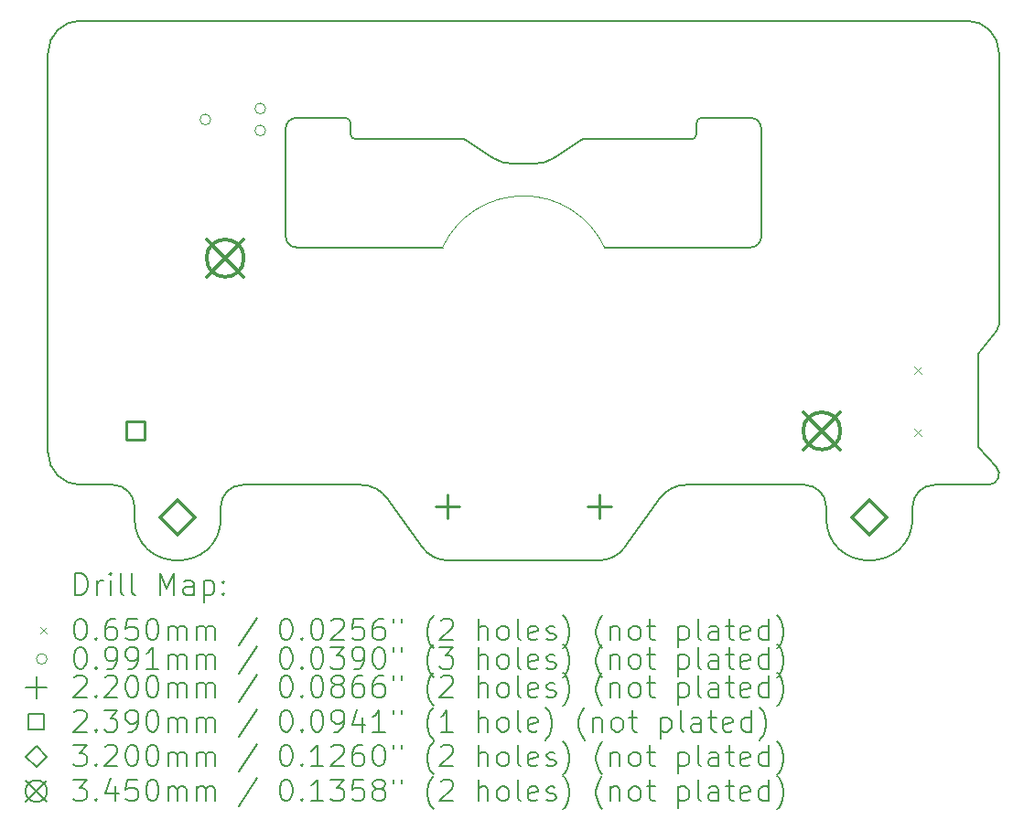
<source format=gbr>
%TF.GenerationSoftware,KiCad,Pcbnew,8.0.6*%
%TF.CreationDate,2024-12-15T00:01:45-05:00*%
%TF.ProjectId,VFDSAO,56464453-414f-42e6-9b69-6361645f7063,rev?*%
%TF.SameCoordinates,Original*%
%TF.FileFunction,Drillmap*%
%TF.FilePolarity,Positive*%
%FSLAX45Y45*%
G04 Gerber Fmt 4.5, Leading zero omitted, Abs format (unit mm)*
G04 Created by KiCad (PCBNEW 8.0.6) date 2024-12-15 00:01:45*
%MOMM*%
%LPD*%
G01*
G04 APERTURE LIST*
%ADD10C,0.160000*%
%ADD11C,0.100000*%
%ADD12C,0.200000*%
%ADD13C,0.220000*%
%ADD14C,0.239000*%
%ADD15C,0.320000*%
%ADD16C,0.345000*%
G04 APERTURE END LIST*
D10*
X13600000Y-10600000D02*
G75*
G02*
X12800000Y-10600000I-400000J0D01*
G01*
X9896191Y-7325000D02*
G75*
G02*
X9719086Y-7272984I-1J327510D01*
G01*
X10939735Y-10874372D02*
X11260265Y-10425629D01*
X14205000Y-9950000D02*
X14205000Y-9086434D01*
X9250714Y-8100000D02*
X7900000Y-8100000D01*
X5600000Y-6300000D02*
G75*
G02*
X5900000Y-6000000I300000J0D01*
G01*
X14373416Y-10132102D02*
G75*
G02*
X14300000Y-10300000I-73416J-67898D01*
G01*
X5600000Y-6300000D02*
X5600000Y-10000000D01*
X12200000Y-8000000D02*
X12200000Y-7000000D01*
X8450000Y-7100000D02*
G75*
G02*
X8400000Y-7050000I0J50000D01*
G01*
X9304385Y-11000000D02*
X10695615Y-11000000D01*
X14100000Y-6000000D02*
X5900000Y-6000000D01*
X12600000Y-10300000D02*
G75*
G02*
X12800000Y-10500000I0J-200000D01*
G01*
X8495615Y-10300000D02*
G75*
G02*
X8739732Y-10425631I-5J-300000D01*
G01*
X8350000Y-6900000D02*
G75*
G02*
X8400000Y-6950000I0J-50000D01*
G01*
X8495615Y-10300000D02*
X7400000Y-10300000D01*
X12100000Y-6900000D02*
X11650000Y-6900000D01*
X9304385Y-11000000D02*
G75*
G02*
X9060268Y-10874369I5J300000D01*
G01*
X14400000Y-8814082D02*
G75*
G02*
X14377145Y-8877708I-100000J2D01*
G01*
X5900000Y-10300000D02*
X6200000Y-10300000D01*
X7200000Y-10500000D02*
G75*
G02*
X7400000Y-10300000I200000J0D01*
G01*
X10280914Y-7272984D02*
G75*
G02*
X10103809Y-7325000I-177104J275494D01*
G01*
X14100000Y-6000000D02*
G75*
G02*
X14400000Y-6300000I0J-300000D01*
G01*
X13600000Y-10500000D02*
G75*
G02*
X13800000Y-10300000I200000J0D01*
G01*
X14373416Y-10132102D02*
X14205000Y-9950000D01*
X9450000Y-7100000D02*
X8450000Y-7100000D01*
X11600000Y-6950000D02*
G75*
G02*
X11650000Y-6900000I50000J0D01*
G01*
X7800000Y-7000000D02*
G75*
G02*
X7900000Y-6900000I100000J0D01*
G01*
X14400000Y-8814082D02*
X14400000Y-6300000D01*
X13600000Y-10500000D02*
X13600000Y-10600000D01*
X8739735Y-10425629D02*
X9060265Y-10874372D01*
X10280914Y-7272984D02*
X10550000Y-7100000D01*
X10550000Y-7100000D02*
X11550000Y-7100000D01*
X11260265Y-10425629D02*
G75*
G02*
X11504385Y-10299996I244125J-174372D01*
G01*
X8400000Y-7050000D02*
X8400000Y-6950000D01*
X12800000Y-10500000D02*
X12800000Y-10600000D01*
X7900000Y-8100000D02*
G75*
G02*
X7800000Y-8000000I0J100000D01*
G01*
X7200000Y-10600000D02*
G75*
G02*
X6400000Y-10600000I-400000J0D01*
G01*
X6400000Y-10500000D02*
X6400000Y-10600000D01*
X11600000Y-7050000D02*
G75*
G02*
X11550000Y-7100000I-50000J0D01*
G01*
X7200000Y-10500000D02*
X7200000Y-10600000D01*
X14300000Y-10300000D02*
X13800000Y-10300000D01*
X7800000Y-8000000D02*
X7800000Y-7000000D01*
X12100000Y-6900000D02*
G75*
G02*
X12200000Y-7000000I0J-100000D01*
G01*
X9896191Y-7325000D02*
X10103809Y-7325000D01*
X14205000Y-9086434D02*
X14377147Y-8877709D01*
X11504385Y-10300000D02*
X12600000Y-10300000D01*
X12200000Y-8000000D02*
G75*
G02*
X12100000Y-8100000I-100000J0D01*
G01*
D11*
X9250714Y-8100000D02*
G75*
G02*
X10749286Y-8100000I749286J-350000D01*
G01*
D10*
X6200000Y-10300000D02*
G75*
G02*
X6400000Y-10500000I0J-200000D01*
G01*
X10939735Y-10874372D02*
G75*
G02*
X10695615Y-11000004I-244125J174372D01*
G01*
X9450000Y-7100000D02*
X9719086Y-7272984D01*
X5900000Y-10300000D02*
G75*
G02*
X5600000Y-10000000I0J300000D01*
G01*
X11600000Y-6950000D02*
X11600000Y-7050000D01*
X7900000Y-6900000D02*
X8350000Y-6900000D01*
X10749286Y-8100000D02*
X12100000Y-8100000D01*
D12*
D11*
X13615000Y-9203500D02*
X13680000Y-9268500D01*
X13680000Y-9203500D02*
X13615000Y-9268500D01*
X13615000Y-9781500D02*
X13680000Y-9846500D01*
X13680000Y-9781500D02*
X13615000Y-9846500D01*
X7105530Y-6916500D02*
G75*
G02*
X7006470Y-6916500I-49530J0D01*
G01*
X7006470Y-6916500D02*
G75*
G02*
X7105530Y-6916500I49530J0D01*
G01*
X7613530Y-6814900D02*
G75*
G02*
X7514470Y-6814900I-49530J0D01*
G01*
X7514470Y-6814900D02*
G75*
G02*
X7613530Y-6814900I49530J0D01*
G01*
X7613530Y-7018100D02*
G75*
G02*
X7514470Y-7018100I-49530J0D01*
G01*
X7514470Y-7018100D02*
G75*
G02*
X7613530Y-7018100I49530J0D01*
G01*
D13*
X9300000Y-10390000D02*
X9300000Y-10610000D01*
X9190000Y-10500000D02*
X9410000Y-10500000D01*
X10700000Y-10390000D02*
X10700000Y-10610000D01*
X10590000Y-10500000D02*
X10810000Y-10500000D01*
D14*
X6491500Y-9884500D02*
X6491500Y-9715500D01*
X6322500Y-9715500D01*
X6322500Y-9884500D01*
X6491500Y-9884500D01*
D15*
X6800000Y-10760000D02*
X6960000Y-10600000D01*
X6800000Y-10440000D01*
X6640000Y-10600000D01*
X6800000Y-10760000D01*
X13200000Y-10760000D02*
X13360000Y-10600000D01*
X13200000Y-10440000D01*
X13040000Y-10600000D01*
X13200000Y-10760000D01*
D16*
X7067500Y-8027500D02*
X7412500Y-8372500D01*
X7412500Y-8027500D02*
X7067500Y-8372500D01*
X7412500Y-8200000D02*
G75*
G02*
X7067500Y-8200000I-172500J0D01*
G01*
X7067500Y-8200000D02*
G75*
G02*
X7412500Y-8200000I172500J0D01*
G01*
X12587500Y-9627500D02*
X12932500Y-9972500D01*
X12932500Y-9627500D02*
X12587500Y-9972500D01*
X12932500Y-9800000D02*
G75*
G02*
X12587500Y-9800000I-172500J0D01*
G01*
X12587500Y-9800000D02*
G75*
G02*
X12932500Y-9800000I172500J0D01*
G01*
D12*
X5852777Y-11319484D02*
X5852777Y-11119484D01*
X5852777Y-11119484D02*
X5900396Y-11119484D01*
X5900396Y-11119484D02*
X5928967Y-11129008D01*
X5928967Y-11129008D02*
X5948015Y-11148055D01*
X5948015Y-11148055D02*
X5957539Y-11167103D01*
X5957539Y-11167103D02*
X5967062Y-11205198D01*
X5967062Y-11205198D02*
X5967062Y-11233769D01*
X5967062Y-11233769D02*
X5957539Y-11271865D01*
X5957539Y-11271865D02*
X5948015Y-11290912D01*
X5948015Y-11290912D02*
X5928967Y-11309960D01*
X5928967Y-11309960D02*
X5900396Y-11319484D01*
X5900396Y-11319484D02*
X5852777Y-11319484D01*
X6052777Y-11319484D02*
X6052777Y-11186150D01*
X6052777Y-11224246D02*
X6062301Y-11205198D01*
X6062301Y-11205198D02*
X6071824Y-11195674D01*
X6071824Y-11195674D02*
X6090872Y-11186150D01*
X6090872Y-11186150D02*
X6109920Y-11186150D01*
X6176586Y-11319484D02*
X6176586Y-11186150D01*
X6176586Y-11119484D02*
X6167062Y-11129008D01*
X6167062Y-11129008D02*
X6176586Y-11138531D01*
X6176586Y-11138531D02*
X6186110Y-11129008D01*
X6186110Y-11129008D02*
X6176586Y-11119484D01*
X6176586Y-11119484D02*
X6176586Y-11138531D01*
X6300396Y-11319484D02*
X6281348Y-11309960D01*
X6281348Y-11309960D02*
X6271824Y-11290912D01*
X6271824Y-11290912D02*
X6271824Y-11119484D01*
X6405158Y-11319484D02*
X6386110Y-11309960D01*
X6386110Y-11309960D02*
X6376586Y-11290912D01*
X6376586Y-11290912D02*
X6376586Y-11119484D01*
X6633729Y-11319484D02*
X6633729Y-11119484D01*
X6633729Y-11119484D02*
X6700396Y-11262341D01*
X6700396Y-11262341D02*
X6767062Y-11119484D01*
X6767062Y-11119484D02*
X6767062Y-11319484D01*
X6948015Y-11319484D02*
X6948015Y-11214722D01*
X6948015Y-11214722D02*
X6938491Y-11195674D01*
X6938491Y-11195674D02*
X6919443Y-11186150D01*
X6919443Y-11186150D02*
X6881348Y-11186150D01*
X6881348Y-11186150D02*
X6862301Y-11195674D01*
X6948015Y-11309960D02*
X6928967Y-11319484D01*
X6928967Y-11319484D02*
X6881348Y-11319484D01*
X6881348Y-11319484D02*
X6862301Y-11309960D01*
X6862301Y-11309960D02*
X6852777Y-11290912D01*
X6852777Y-11290912D02*
X6852777Y-11271865D01*
X6852777Y-11271865D02*
X6862301Y-11252817D01*
X6862301Y-11252817D02*
X6881348Y-11243293D01*
X6881348Y-11243293D02*
X6928967Y-11243293D01*
X6928967Y-11243293D02*
X6948015Y-11233769D01*
X7043253Y-11186150D02*
X7043253Y-11386150D01*
X7043253Y-11195674D02*
X7062301Y-11186150D01*
X7062301Y-11186150D02*
X7100396Y-11186150D01*
X7100396Y-11186150D02*
X7119443Y-11195674D01*
X7119443Y-11195674D02*
X7128967Y-11205198D01*
X7128967Y-11205198D02*
X7138491Y-11224246D01*
X7138491Y-11224246D02*
X7138491Y-11281388D01*
X7138491Y-11281388D02*
X7128967Y-11300436D01*
X7128967Y-11300436D02*
X7119443Y-11309960D01*
X7119443Y-11309960D02*
X7100396Y-11319484D01*
X7100396Y-11319484D02*
X7062301Y-11319484D01*
X7062301Y-11319484D02*
X7043253Y-11309960D01*
X7224205Y-11300436D02*
X7233729Y-11309960D01*
X7233729Y-11309960D02*
X7224205Y-11319484D01*
X7224205Y-11319484D02*
X7214682Y-11309960D01*
X7214682Y-11309960D02*
X7224205Y-11300436D01*
X7224205Y-11300436D02*
X7224205Y-11319484D01*
X7224205Y-11195674D02*
X7233729Y-11205198D01*
X7233729Y-11205198D02*
X7224205Y-11214722D01*
X7224205Y-11214722D02*
X7214682Y-11205198D01*
X7214682Y-11205198D02*
X7224205Y-11195674D01*
X7224205Y-11195674D02*
X7224205Y-11214722D01*
D11*
X5527000Y-11615500D02*
X5592000Y-11680500D01*
X5592000Y-11615500D02*
X5527000Y-11680500D01*
D12*
X5890872Y-11539484D02*
X5909920Y-11539484D01*
X5909920Y-11539484D02*
X5928967Y-11549008D01*
X5928967Y-11549008D02*
X5938491Y-11558531D01*
X5938491Y-11558531D02*
X5948015Y-11577579D01*
X5948015Y-11577579D02*
X5957539Y-11615674D01*
X5957539Y-11615674D02*
X5957539Y-11663293D01*
X5957539Y-11663293D02*
X5948015Y-11701388D01*
X5948015Y-11701388D02*
X5938491Y-11720436D01*
X5938491Y-11720436D02*
X5928967Y-11729960D01*
X5928967Y-11729960D02*
X5909920Y-11739484D01*
X5909920Y-11739484D02*
X5890872Y-11739484D01*
X5890872Y-11739484D02*
X5871824Y-11729960D01*
X5871824Y-11729960D02*
X5862301Y-11720436D01*
X5862301Y-11720436D02*
X5852777Y-11701388D01*
X5852777Y-11701388D02*
X5843253Y-11663293D01*
X5843253Y-11663293D02*
X5843253Y-11615674D01*
X5843253Y-11615674D02*
X5852777Y-11577579D01*
X5852777Y-11577579D02*
X5862301Y-11558531D01*
X5862301Y-11558531D02*
X5871824Y-11549008D01*
X5871824Y-11549008D02*
X5890872Y-11539484D01*
X6043253Y-11720436D02*
X6052777Y-11729960D01*
X6052777Y-11729960D02*
X6043253Y-11739484D01*
X6043253Y-11739484D02*
X6033729Y-11729960D01*
X6033729Y-11729960D02*
X6043253Y-11720436D01*
X6043253Y-11720436D02*
X6043253Y-11739484D01*
X6224205Y-11539484D02*
X6186110Y-11539484D01*
X6186110Y-11539484D02*
X6167062Y-11549008D01*
X6167062Y-11549008D02*
X6157539Y-11558531D01*
X6157539Y-11558531D02*
X6138491Y-11587103D01*
X6138491Y-11587103D02*
X6128967Y-11625198D01*
X6128967Y-11625198D02*
X6128967Y-11701388D01*
X6128967Y-11701388D02*
X6138491Y-11720436D01*
X6138491Y-11720436D02*
X6148015Y-11729960D01*
X6148015Y-11729960D02*
X6167062Y-11739484D01*
X6167062Y-11739484D02*
X6205158Y-11739484D01*
X6205158Y-11739484D02*
X6224205Y-11729960D01*
X6224205Y-11729960D02*
X6233729Y-11720436D01*
X6233729Y-11720436D02*
X6243253Y-11701388D01*
X6243253Y-11701388D02*
X6243253Y-11653769D01*
X6243253Y-11653769D02*
X6233729Y-11634722D01*
X6233729Y-11634722D02*
X6224205Y-11625198D01*
X6224205Y-11625198D02*
X6205158Y-11615674D01*
X6205158Y-11615674D02*
X6167062Y-11615674D01*
X6167062Y-11615674D02*
X6148015Y-11625198D01*
X6148015Y-11625198D02*
X6138491Y-11634722D01*
X6138491Y-11634722D02*
X6128967Y-11653769D01*
X6424205Y-11539484D02*
X6328967Y-11539484D01*
X6328967Y-11539484D02*
X6319443Y-11634722D01*
X6319443Y-11634722D02*
X6328967Y-11625198D01*
X6328967Y-11625198D02*
X6348015Y-11615674D01*
X6348015Y-11615674D02*
X6395634Y-11615674D01*
X6395634Y-11615674D02*
X6414682Y-11625198D01*
X6414682Y-11625198D02*
X6424205Y-11634722D01*
X6424205Y-11634722D02*
X6433729Y-11653769D01*
X6433729Y-11653769D02*
X6433729Y-11701388D01*
X6433729Y-11701388D02*
X6424205Y-11720436D01*
X6424205Y-11720436D02*
X6414682Y-11729960D01*
X6414682Y-11729960D02*
X6395634Y-11739484D01*
X6395634Y-11739484D02*
X6348015Y-11739484D01*
X6348015Y-11739484D02*
X6328967Y-11729960D01*
X6328967Y-11729960D02*
X6319443Y-11720436D01*
X6557539Y-11539484D02*
X6576586Y-11539484D01*
X6576586Y-11539484D02*
X6595634Y-11549008D01*
X6595634Y-11549008D02*
X6605158Y-11558531D01*
X6605158Y-11558531D02*
X6614682Y-11577579D01*
X6614682Y-11577579D02*
X6624205Y-11615674D01*
X6624205Y-11615674D02*
X6624205Y-11663293D01*
X6624205Y-11663293D02*
X6614682Y-11701388D01*
X6614682Y-11701388D02*
X6605158Y-11720436D01*
X6605158Y-11720436D02*
X6595634Y-11729960D01*
X6595634Y-11729960D02*
X6576586Y-11739484D01*
X6576586Y-11739484D02*
X6557539Y-11739484D01*
X6557539Y-11739484D02*
X6538491Y-11729960D01*
X6538491Y-11729960D02*
X6528967Y-11720436D01*
X6528967Y-11720436D02*
X6519443Y-11701388D01*
X6519443Y-11701388D02*
X6509920Y-11663293D01*
X6509920Y-11663293D02*
X6509920Y-11615674D01*
X6509920Y-11615674D02*
X6519443Y-11577579D01*
X6519443Y-11577579D02*
X6528967Y-11558531D01*
X6528967Y-11558531D02*
X6538491Y-11549008D01*
X6538491Y-11549008D02*
X6557539Y-11539484D01*
X6709920Y-11739484D02*
X6709920Y-11606150D01*
X6709920Y-11625198D02*
X6719443Y-11615674D01*
X6719443Y-11615674D02*
X6738491Y-11606150D01*
X6738491Y-11606150D02*
X6767063Y-11606150D01*
X6767063Y-11606150D02*
X6786110Y-11615674D01*
X6786110Y-11615674D02*
X6795634Y-11634722D01*
X6795634Y-11634722D02*
X6795634Y-11739484D01*
X6795634Y-11634722D02*
X6805158Y-11615674D01*
X6805158Y-11615674D02*
X6824205Y-11606150D01*
X6824205Y-11606150D02*
X6852777Y-11606150D01*
X6852777Y-11606150D02*
X6871824Y-11615674D01*
X6871824Y-11615674D02*
X6881348Y-11634722D01*
X6881348Y-11634722D02*
X6881348Y-11739484D01*
X6976586Y-11739484D02*
X6976586Y-11606150D01*
X6976586Y-11625198D02*
X6986110Y-11615674D01*
X6986110Y-11615674D02*
X7005158Y-11606150D01*
X7005158Y-11606150D02*
X7033729Y-11606150D01*
X7033729Y-11606150D02*
X7052777Y-11615674D01*
X7052777Y-11615674D02*
X7062301Y-11634722D01*
X7062301Y-11634722D02*
X7062301Y-11739484D01*
X7062301Y-11634722D02*
X7071824Y-11615674D01*
X7071824Y-11615674D02*
X7090872Y-11606150D01*
X7090872Y-11606150D02*
X7119443Y-11606150D01*
X7119443Y-11606150D02*
X7138491Y-11615674D01*
X7138491Y-11615674D02*
X7148015Y-11634722D01*
X7148015Y-11634722D02*
X7148015Y-11739484D01*
X7538491Y-11529960D02*
X7367063Y-11787103D01*
X7795634Y-11539484D02*
X7814682Y-11539484D01*
X7814682Y-11539484D02*
X7833729Y-11549008D01*
X7833729Y-11549008D02*
X7843253Y-11558531D01*
X7843253Y-11558531D02*
X7852777Y-11577579D01*
X7852777Y-11577579D02*
X7862301Y-11615674D01*
X7862301Y-11615674D02*
X7862301Y-11663293D01*
X7862301Y-11663293D02*
X7852777Y-11701388D01*
X7852777Y-11701388D02*
X7843253Y-11720436D01*
X7843253Y-11720436D02*
X7833729Y-11729960D01*
X7833729Y-11729960D02*
X7814682Y-11739484D01*
X7814682Y-11739484D02*
X7795634Y-11739484D01*
X7795634Y-11739484D02*
X7776586Y-11729960D01*
X7776586Y-11729960D02*
X7767063Y-11720436D01*
X7767063Y-11720436D02*
X7757539Y-11701388D01*
X7757539Y-11701388D02*
X7748015Y-11663293D01*
X7748015Y-11663293D02*
X7748015Y-11615674D01*
X7748015Y-11615674D02*
X7757539Y-11577579D01*
X7757539Y-11577579D02*
X7767063Y-11558531D01*
X7767063Y-11558531D02*
X7776586Y-11549008D01*
X7776586Y-11549008D02*
X7795634Y-11539484D01*
X7948015Y-11720436D02*
X7957539Y-11729960D01*
X7957539Y-11729960D02*
X7948015Y-11739484D01*
X7948015Y-11739484D02*
X7938491Y-11729960D01*
X7938491Y-11729960D02*
X7948015Y-11720436D01*
X7948015Y-11720436D02*
X7948015Y-11739484D01*
X8081348Y-11539484D02*
X8100396Y-11539484D01*
X8100396Y-11539484D02*
X8119444Y-11549008D01*
X8119444Y-11549008D02*
X8128967Y-11558531D01*
X8128967Y-11558531D02*
X8138491Y-11577579D01*
X8138491Y-11577579D02*
X8148015Y-11615674D01*
X8148015Y-11615674D02*
X8148015Y-11663293D01*
X8148015Y-11663293D02*
X8138491Y-11701388D01*
X8138491Y-11701388D02*
X8128967Y-11720436D01*
X8128967Y-11720436D02*
X8119444Y-11729960D01*
X8119444Y-11729960D02*
X8100396Y-11739484D01*
X8100396Y-11739484D02*
X8081348Y-11739484D01*
X8081348Y-11739484D02*
X8062301Y-11729960D01*
X8062301Y-11729960D02*
X8052777Y-11720436D01*
X8052777Y-11720436D02*
X8043253Y-11701388D01*
X8043253Y-11701388D02*
X8033729Y-11663293D01*
X8033729Y-11663293D02*
X8033729Y-11615674D01*
X8033729Y-11615674D02*
X8043253Y-11577579D01*
X8043253Y-11577579D02*
X8052777Y-11558531D01*
X8052777Y-11558531D02*
X8062301Y-11549008D01*
X8062301Y-11549008D02*
X8081348Y-11539484D01*
X8224206Y-11558531D02*
X8233729Y-11549008D01*
X8233729Y-11549008D02*
X8252777Y-11539484D01*
X8252777Y-11539484D02*
X8300396Y-11539484D01*
X8300396Y-11539484D02*
X8319444Y-11549008D01*
X8319444Y-11549008D02*
X8328967Y-11558531D01*
X8328967Y-11558531D02*
X8338491Y-11577579D01*
X8338491Y-11577579D02*
X8338491Y-11596627D01*
X8338491Y-11596627D02*
X8328967Y-11625198D01*
X8328967Y-11625198D02*
X8214682Y-11739484D01*
X8214682Y-11739484D02*
X8338491Y-11739484D01*
X8519444Y-11539484D02*
X8424206Y-11539484D01*
X8424206Y-11539484D02*
X8414682Y-11634722D01*
X8414682Y-11634722D02*
X8424206Y-11625198D01*
X8424206Y-11625198D02*
X8443253Y-11615674D01*
X8443253Y-11615674D02*
X8490872Y-11615674D01*
X8490872Y-11615674D02*
X8509920Y-11625198D01*
X8509920Y-11625198D02*
X8519444Y-11634722D01*
X8519444Y-11634722D02*
X8528968Y-11653769D01*
X8528968Y-11653769D02*
X8528968Y-11701388D01*
X8528968Y-11701388D02*
X8519444Y-11720436D01*
X8519444Y-11720436D02*
X8509920Y-11729960D01*
X8509920Y-11729960D02*
X8490872Y-11739484D01*
X8490872Y-11739484D02*
X8443253Y-11739484D01*
X8443253Y-11739484D02*
X8424206Y-11729960D01*
X8424206Y-11729960D02*
X8414682Y-11720436D01*
X8700396Y-11539484D02*
X8662301Y-11539484D01*
X8662301Y-11539484D02*
X8643253Y-11549008D01*
X8643253Y-11549008D02*
X8633729Y-11558531D01*
X8633729Y-11558531D02*
X8614682Y-11587103D01*
X8614682Y-11587103D02*
X8605158Y-11625198D01*
X8605158Y-11625198D02*
X8605158Y-11701388D01*
X8605158Y-11701388D02*
X8614682Y-11720436D01*
X8614682Y-11720436D02*
X8624206Y-11729960D01*
X8624206Y-11729960D02*
X8643253Y-11739484D01*
X8643253Y-11739484D02*
X8681349Y-11739484D01*
X8681349Y-11739484D02*
X8700396Y-11729960D01*
X8700396Y-11729960D02*
X8709920Y-11720436D01*
X8709920Y-11720436D02*
X8719444Y-11701388D01*
X8719444Y-11701388D02*
X8719444Y-11653769D01*
X8719444Y-11653769D02*
X8709920Y-11634722D01*
X8709920Y-11634722D02*
X8700396Y-11625198D01*
X8700396Y-11625198D02*
X8681349Y-11615674D01*
X8681349Y-11615674D02*
X8643253Y-11615674D01*
X8643253Y-11615674D02*
X8624206Y-11625198D01*
X8624206Y-11625198D02*
X8614682Y-11634722D01*
X8614682Y-11634722D02*
X8605158Y-11653769D01*
X8795634Y-11539484D02*
X8795634Y-11577579D01*
X8871825Y-11539484D02*
X8871825Y-11577579D01*
X9167063Y-11815674D02*
X9157539Y-11806150D01*
X9157539Y-11806150D02*
X9138491Y-11777579D01*
X9138491Y-11777579D02*
X9128968Y-11758531D01*
X9128968Y-11758531D02*
X9119444Y-11729960D01*
X9119444Y-11729960D02*
X9109920Y-11682341D01*
X9109920Y-11682341D02*
X9109920Y-11644246D01*
X9109920Y-11644246D02*
X9119444Y-11596627D01*
X9119444Y-11596627D02*
X9128968Y-11568055D01*
X9128968Y-11568055D02*
X9138491Y-11549008D01*
X9138491Y-11549008D02*
X9157539Y-11520436D01*
X9157539Y-11520436D02*
X9167063Y-11510912D01*
X9233730Y-11558531D02*
X9243253Y-11549008D01*
X9243253Y-11549008D02*
X9262301Y-11539484D01*
X9262301Y-11539484D02*
X9309920Y-11539484D01*
X9309920Y-11539484D02*
X9328968Y-11549008D01*
X9328968Y-11549008D02*
X9338491Y-11558531D01*
X9338491Y-11558531D02*
X9348015Y-11577579D01*
X9348015Y-11577579D02*
X9348015Y-11596627D01*
X9348015Y-11596627D02*
X9338491Y-11625198D01*
X9338491Y-11625198D02*
X9224206Y-11739484D01*
X9224206Y-11739484D02*
X9348015Y-11739484D01*
X9586111Y-11739484D02*
X9586111Y-11539484D01*
X9671825Y-11739484D02*
X9671825Y-11634722D01*
X9671825Y-11634722D02*
X9662301Y-11615674D01*
X9662301Y-11615674D02*
X9643253Y-11606150D01*
X9643253Y-11606150D02*
X9614682Y-11606150D01*
X9614682Y-11606150D02*
X9595634Y-11615674D01*
X9595634Y-11615674D02*
X9586111Y-11625198D01*
X9795634Y-11739484D02*
X9776587Y-11729960D01*
X9776587Y-11729960D02*
X9767063Y-11720436D01*
X9767063Y-11720436D02*
X9757539Y-11701388D01*
X9757539Y-11701388D02*
X9757539Y-11644246D01*
X9757539Y-11644246D02*
X9767063Y-11625198D01*
X9767063Y-11625198D02*
X9776587Y-11615674D01*
X9776587Y-11615674D02*
X9795634Y-11606150D01*
X9795634Y-11606150D02*
X9824206Y-11606150D01*
X9824206Y-11606150D02*
X9843253Y-11615674D01*
X9843253Y-11615674D02*
X9852777Y-11625198D01*
X9852777Y-11625198D02*
X9862301Y-11644246D01*
X9862301Y-11644246D02*
X9862301Y-11701388D01*
X9862301Y-11701388D02*
X9852777Y-11720436D01*
X9852777Y-11720436D02*
X9843253Y-11729960D01*
X9843253Y-11729960D02*
X9824206Y-11739484D01*
X9824206Y-11739484D02*
X9795634Y-11739484D01*
X9976587Y-11739484D02*
X9957539Y-11729960D01*
X9957539Y-11729960D02*
X9948015Y-11710912D01*
X9948015Y-11710912D02*
X9948015Y-11539484D01*
X10128968Y-11729960D02*
X10109920Y-11739484D01*
X10109920Y-11739484D02*
X10071825Y-11739484D01*
X10071825Y-11739484D02*
X10052777Y-11729960D01*
X10052777Y-11729960D02*
X10043253Y-11710912D01*
X10043253Y-11710912D02*
X10043253Y-11634722D01*
X10043253Y-11634722D02*
X10052777Y-11615674D01*
X10052777Y-11615674D02*
X10071825Y-11606150D01*
X10071825Y-11606150D02*
X10109920Y-11606150D01*
X10109920Y-11606150D02*
X10128968Y-11615674D01*
X10128968Y-11615674D02*
X10138492Y-11634722D01*
X10138492Y-11634722D02*
X10138492Y-11653769D01*
X10138492Y-11653769D02*
X10043253Y-11672817D01*
X10214682Y-11729960D02*
X10233730Y-11739484D01*
X10233730Y-11739484D02*
X10271825Y-11739484D01*
X10271825Y-11739484D02*
X10290873Y-11729960D01*
X10290873Y-11729960D02*
X10300396Y-11710912D01*
X10300396Y-11710912D02*
X10300396Y-11701388D01*
X10300396Y-11701388D02*
X10290873Y-11682341D01*
X10290873Y-11682341D02*
X10271825Y-11672817D01*
X10271825Y-11672817D02*
X10243253Y-11672817D01*
X10243253Y-11672817D02*
X10224206Y-11663293D01*
X10224206Y-11663293D02*
X10214682Y-11644246D01*
X10214682Y-11644246D02*
X10214682Y-11634722D01*
X10214682Y-11634722D02*
X10224206Y-11615674D01*
X10224206Y-11615674D02*
X10243253Y-11606150D01*
X10243253Y-11606150D02*
X10271825Y-11606150D01*
X10271825Y-11606150D02*
X10290873Y-11615674D01*
X10367063Y-11815674D02*
X10376587Y-11806150D01*
X10376587Y-11806150D02*
X10395634Y-11777579D01*
X10395634Y-11777579D02*
X10405158Y-11758531D01*
X10405158Y-11758531D02*
X10414682Y-11729960D01*
X10414682Y-11729960D02*
X10424206Y-11682341D01*
X10424206Y-11682341D02*
X10424206Y-11644246D01*
X10424206Y-11644246D02*
X10414682Y-11596627D01*
X10414682Y-11596627D02*
X10405158Y-11568055D01*
X10405158Y-11568055D02*
X10395634Y-11549008D01*
X10395634Y-11549008D02*
X10376587Y-11520436D01*
X10376587Y-11520436D02*
X10367063Y-11510912D01*
X10728968Y-11815674D02*
X10719444Y-11806150D01*
X10719444Y-11806150D02*
X10700396Y-11777579D01*
X10700396Y-11777579D02*
X10690873Y-11758531D01*
X10690873Y-11758531D02*
X10681349Y-11729960D01*
X10681349Y-11729960D02*
X10671825Y-11682341D01*
X10671825Y-11682341D02*
X10671825Y-11644246D01*
X10671825Y-11644246D02*
X10681349Y-11596627D01*
X10681349Y-11596627D02*
X10690873Y-11568055D01*
X10690873Y-11568055D02*
X10700396Y-11549008D01*
X10700396Y-11549008D02*
X10719444Y-11520436D01*
X10719444Y-11520436D02*
X10728968Y-11510912D01*
X10805158Y-11606150D02*
X10805158Y-11739484D01*
X10805158Y-11625198D02*
X10814682Y-11615674D01*
X10814682Y-11615674D02*
X10833730Y-11606150D01*
X10833730Y-11606150D02*
X10862301Y-11606150D01*
X10862301Y-11606150D02*
X10881349Y-11615674D01*
X10881349Y-11615674D02*
X10890873Y-11634722D01*
X10890873Y-11634722D02*
X10890873Y-11739484D01*
X11014682Y-11739484D02*
X10995634Y-11729960D01*
X10995634Y-11729960D02*
X10986111Y-11720436D01*
X10986111Y-11720436D02*
X10976587Y-11701388D01*
X10976587Y-11701388D02*
X10976587Y-11644246D01*
X10976587Y-11644246D02*
X10986111Y-11625198D01*
X10986111Y-11625198D02*
X10995634Y-11615674D01*
X10995634Y-11615674D02*
X11014682Y-11606150D01*
X11014682Y-11606150D02*
X11043254Y-11606150D01*
X11043254Y-11606150D02*
X11062301Y-11615674D01*
X11062301Y-11615674D02*
X11071825Y-11625198D01*
X11071825Y-11625198D02*
X11081349Y-11644246D01*
X11081349Y-11644246D02*
X11081349Y-11701388D01*
X11081349Y-11701388D02*
X11071825Y-11720436D01*
X11071825Y-11720436D02*
X11062301Y-11729960D01*
X11062301Y-11729960D02*
X11043254Y-11739484D01*
X11043254Y-11739484D02*
X11014682Y-11739484D01*
X11138492Y-11606150D02*
X11214682Y-11606150D01*
X11167063Y-11539484D02*
X11167063Y-11710912D01*
X11167063Y-11710912D02*
X11176587Y-11729960D01*
X11176587Y-11729960D02*
X11195634Y-11739484D01*
X11195634Y-11739484D02*
X11214682Y-11739484D01*
X11433730Y-11606150D02*
X11433730Y-11806150D01*
X11433730Y-11615674D02*
X11452777Y-11606150D01*
X11452777Y-11606150D02*
X11490873Y-11606150D01*
X11490873Y-11606150D02*
X11509920Y-11615674D01*
X11509920Y-11615674D02*
X11519444Y-11625198D01*
X11519444Y-11625198D02*
X11528968Y-11644246D01*
X11528968Y-11644246D02*
X11528968Y-11701388D01*
X11528968Y-11701388D02*
X11519444Y-11720436D01*
X11519444Y-11720436D02*
X11509920Y-11729960D01*
X11509920Y-11729960D02*
X11490873Y-11739484D01*
X11490873Y-11739484D02*
X11452777Y-11739484D01*
X11452777Y-11739484D02*
X11433730Y-11729960D01*
X11643253Y-11739484D02*
X11624206Y-11729960D01*
X11624206Y-11729960D02*
X11614682Y-11710912D01*
X11614682Y-11710912D02*
X11614682Y-11539484D01*
X11805158Y-11739484D02*
X11805158Y-11634722D01*
X11805158Y-11634722D02*
X11795634Y-11615674D01*
X11795634Y-11615674D02*
X11776587Y-11606150D01*
X11776587Y-11606150D02*
X11738492Y-11606150D01*
X11738492Y-11606150D02*
X11719444Y-11615674D01*
X11805158Y-11729960D02*
X11786111Y-11739484D01*
X11786111Y-11739484D02*
X11738492Y-11739484D01*
X11738492Y-11739484D02*
X11719444Y-11729960D01*
X11719444Y-11729960D02*
X11709920Y-11710912D01*
X11709920Y-11710912D02*
X11709920Y-11691865D01*
X11709920Y-11691865D02*
X11719444Y-11672817D01*
X11719444Y-11672817D02*
X11738492Y-11663293D01*
X11738492Y-11663293D02*
X11786111Y-11663293D01*
X11786111Y-11663293D02*
X11805158Y-11653769D01*
X11871825Y-11606150D02*
X11948015Y-11606150D01*
X11900396Y-11539484D02*
X11900396Y-11710912D01*
X11900396Y-11710912D02*
X11909920Y-11729960D01*
X11909920Y-11729960D02*
X11928968Y-11739484D01*
X11928968Y-11739484D02*
X11948015Y-11739484D01*
X12090873Y-11729960D02*
X12071825Y-11739484D01*
X12071825Y-11739484D02*
X12033730Y-11739484D01*
X12033730Y-11739484D02*
X12014682Y-11729960D01*
X12014682Y-11729960D02*
X12005158Y-11710912D01*
X12005158Y-11710912D02*
X12005158Y-11634722D01*
X12005158Y-11634722D02*
X12014682Y-11615674D01*
X12014682Y-11615674D02*
X12033730Y-11606150D01*
X12033730Y-11606150D02*
X12071825Y-11606150D01*
X12071825Y-11606150D02*
X12090873Y-11615674D01*
X12090873Y-11615674D02*
X12100396Y-11634722D01*
X12100396Y-11634722D02*
X12100396Y-11653769D01*
X12100396Y-11653769D02*
X12005158Y-11672817D01*
X12271825Y-11739484D02*
X12271825Y-11539484D01*
X12271825Y-11729960D02*
X12252777Y-11739484D01*
X12252777Y-11739484D02*
X12214682Y-11739484D01*
X12214682Y-11739484D02*
X12195634Y-11729960D01*
X12195634Y-11729960D02*
X12186111Y-11720436D01*
X12186111Y-11720436D02*
X12176587Y-11701388D01*
X12176587Y-11701388D02*
X12176587Y-11644246D01*
X12176587Y-11644246D02*
X12186111Y-11625198D01*
X12186111Y-11625198D02*
X12195634Y-11615674D01*
X12195634Y-11615674D02*
X12214682Y-11606150D01*
X12214682Y-11606150D02*
X12252777Y-11606150D01*
X12252777Y-11606150D02*
X12271825Y-11615674D01*
X12348015Y-11815674D02*
X12357539Y-11806150D01*
X12357539Y-11806150D02*
X12376587Y-11777579D01*
X12376587Y-11777579D02*
X12386111Y-11758531D01*
X12386111Y-11758531D02*
X12395634Y-11729960D01*
X12395634Y-11729960D02*
X12405158Y-11682341D01*
X12405158Y-11682341D02*
X12405158Y-11644246D01*
X12405158Y-11644246D02*
X12395634Y-11596627D01*
X12395634Y-11596627D02*
X12386111Y-11568055D01*
X12386111Y-11568055D02*
X12376587Y-11549008D01*
X12376587Y-11549008D02*
X12357539Y-11520436D01*
X12357539Y-11520436D02*
X12348015Y-11510912D01*
D11*
X5592000Y-11912000D02*
G75*
G02*
X5492940Y-11912000I-49530J0D01*
G01*
X5492940Y-11912000D02*
G75*
G02*
X5592000Y-11912000I49530J0D01*
G01*
D12*
X5890872Y-11803484D02*
X5909920Y-11803484D01*
X5909920Y-11803484D02*
X5928967Y-11813008D01*
X5928967Y-11813008D02*
X5938491Y-11822531D01*
X5938491Y-11822531D02*
X5948015Y-11841579D01*
X5948015Y-11841579D02*
X5957539Y-11879674D01*
X5957539Y-11879674D02*
X5957539Y-11927293D01*
X5957539Y-11927293D02*
X5948015Y-11965388D01*
X5948015Y-11965388D02*
X5938491Y-11984436D01*
X5938491Y-11984436D02*
X5928967Y-11993960D01*
X5928967Y-11993960D02*
X5909920Y-12003484D01*
X5909920Y-12003484D02*
X5890872Y-12003484D01*
X5890872Y-12003484D02*
X5871824Y-11993960D01*
X5871824Y-11993960D02*
X5862301Y-11984436D01*
X5862301Y-11984436D02*
X5852777Y-11965388D01*
X5852777Y-11965388D02*
X5843253Y-11927293D01*
X5843253Y-11927293D02*
X5843253Y-11879674D01*
X5843253Y-11879674D02*
X5852777Y-11841579D01*
X5852777Y-11841579D02*
X5862301Y-11822531D01*
X5862301Y-11822531D02*
X5871824Y-11813008D01*
X5871824Y-11813008D02*
X5890872Y-11803484D01*
X6043253Y-11984436D02*
X6052777Y-11993960D01*
X6052777Y-11993960D02*
X6043253Y-12003484D01*
X6043253Y-12003484D02*
X6033729Y-11993960D01*
X6033729Y-11993960D02*
X6043253Y-11984436D01*
X6043253Y-11984436D02*
X6043253Y-12003484D01*
X6148015Y-12003484D02*
X6186110Y-12003484D01*
X6186110Y-12003484D02*
X6205158Y-11993960D01*
X6205158Y-11993960D02*
X6214682Y-11984436D01*
X6214682Y-11984436D02*
X6233729Y-11955865D01*
X6233729Y-11955865D02*
X6243253Y-11917769D01*
X6243253Y-11917769D02*
X6243253Y-11841579D01*
X6243253Y-11841579D02*
X6233729Y-11822531D01*
X6233729Y-11822531D02*
X6224205Y-11813008D01*
X6224205Y-11813008D02*
X6205158Y-11803484D01*
X6205158Y-11803484D02*
X6167062Y-11803484D01*
X6167062Y-11803484D02*
X6148015Y-11813008D01*
X6148015Y-11813008D02*
X6138491Y-11822531D01*
X6138491Y-11822531D02*
X6128967Y-11841579D01*
X6128967Y-11841579D02*
X6128967Y-11889198D01*
X6128967Y-11889198D02*
X6138491Y-11908246D01*
X6138491Y-11908246D02*
X6148015Y-11917769D01*
X6148015Y-11917769D02*
X6167062Y-11927293D01*
X6167062Y-11927293D02*
X6205158Y-11927293D01*
X6205158Y-11927293D02*
X6224205Y-11917769D01*
X6224205Y-11917769D02*
X6233729Y-11908246D01*
X6233729Y-11908246D02*
X6243253Y-11889198D01*
X6338491Y-12003484D02*
X6376586Y-12003484D01*
X6376586Y-12003484D02*
X6395634Y-11993960D01*
X6395634Y-11993960D02*
X6405158Y-11984436D01*
X6405158Y-11984436D02*
X6424205Y-11955865D01*
X6424205Y-11955865D02*
X6433729Y-11917769D01*
X6433729Y-11917769D02*
X6433729Y-11841579D01*
X6433729Y-11841579D02*
X6424205Y-11822531D01*
X6424205Y-11822531D02*
X6414682Y-11813008D01*
X6414682Y-11813008D02*
X6395634Y-11803484D01*
X6395634Y-11803484D02*
X6357539Y-11803484D01*
X6357539Y-11803484D02*
X6338491Y-11813008D01*
X6338491Y-11813008D02*
X6328967Y-11822531D01*
X6328967Y-11822531D02*
X6319443Y-11841579D01*
X6319443Y-11841579D02*
X6319443Y-11889198D01*
X6319443Y-11889198D02*
X6328967Y-11908246D01*
X6328967Y-11908246D02*
X6338491Y-11917769D01*
X6338491Y-11917769D02*
X6357539Y-11927293D01*
X6357539Y-11927293D02*
X6395634Y-11927293D01*
X6395634Y-11927293D02*
X6414682Y-11917769D01*
X6414682Y-11917769D02*
X6424205Y-11908246D01*
X6424205Y-11908246D02*
X6433729Y-11889198D01*
X6624205Y-12003484D02*
X6509920Y-12003484D01*
X6567062Y-12003484D02*
X6567062Y-11803484D01*
X6567062Y-11803484D02*
X6548015Y-11832055D01*
X6548015Y-11832055D02*
X6528967Y-11851103D01*
X6528967Y-11851103D02*
X6509920Y-11860627D01*
X6709920Y-12003484D02*
X6709920Y-11870150D01*
X6709920Y-11889198D02*
X6719443Y-11879674D01*
X6719443Y-11879674D02*
X6738491Y-11870150D01*
X6738491Y-11870150D02*
X6767063Y-11870150D01*
X6767063Y-11870150D02*
X6786110Y-11879674D01*
X6786110Y-11879674D02*
X6795634Y-11898722D01*
X6795634Y-11898722D02*
X6795634Y-12003484D01*
X6795634Y-11898722D02*
X6805158Y-11879674D01*
X6805158Y-11879674D02*
X6824205Y-11870150D01*
X6824205Y-11870150D02*
X6852777Y-11870150D01*
X6852777Y-11870150D02*
X6871824Y-11879674D01*
X6871824Y-11879674D02*
X6881348Y-11898722D01*
X6881348Y-11898722D02*
X6881348Y-12003484D01*
X6976586Y-12003484D02*
X6976586Y-11870150D01*
X6976586Y-11889198D02*
X6986110Y-11879674D01*
X6986110Y-11879674D02*
X7005158Y-11870150D01*
X7005158Y-11870150D02*
X7033729Y-11870150D01*
X7033729Y-11870150D02*
X7052777Y-11879674D01*
X7052777Y-11879674D02*
X7062301Y-11898722D01*
X7062301Y-11898722D02*
X7062301Y-12003484D01*
X7062301Y-11898722D02*
X7071824Y-11879674D01*
X7071824Y-11879674D02*
X7090872Y-11870150D01*
X7090872Y-11870150D02*
X7119443Y-11870150D01*
X7119443Y-11870150D02*
X7138491Y-11879674D01*
X7138491Y-11879674D02*
X7148015Y-11898722D01*
X7148015Y-11898722D02*
X7148015Y-12003484D01*
X7538491Y-11793960D02*
X7367063Y-12051103D01*
X7795634Y-11803484D02*
X7814682Y-11803484D01*
X7814682Y-11803484D02*
X7833729Y-11813008D01*
X7833729Y-11813008D02*
X7843253Y-11822531D01*
X7843253Y-11822531D02*
X7852777Y-11841579D01*
X7852777Y-11841579D02*
X7862301Y-11879674D01*
X7862301Y-11879674D02*
X7862301Y-11927293D01*
X7862301Y-11927293D02*
X7852777Y-11965388D01*
X7852777Y-11965388D02*
X7843253Y-11984436D01*
X7843253Y-11984436D02*
X7833729Y-11993960D01*
X7833729Y-11993960D02*
X7814682Y-12003484D01*
X7814682Y-12003484D02*
X7795634Y-12003484D01*
X7795634Y-12003484D02*
X7776586Y-11993960D01*
X7776586Y-11993960D02*
X7767063Y-11984436D01*
X7767063Y-11984436D02*
X7757539Y-11965388D01*
X7757539Y-11965388D02*
X7748015Y-11927293D01*
X7748015Y-11927293D02*
X7748015Y-11879674D01*
X7748015Y-11879674D02*
X7757539Y-11841579D01*
X7757539Y-11841579D02*
X7767063Y-11822531D01*
X7767063Y-11822531D02*
X7776586Y-11813008D01*
X7776586Y-11813008D02*
X7795634Y-11803484D01*
X7948015Y-11984436D02*
X7957539Y-11993960D01*
X7957539Y-11993960D02*
X7948015Y-12003484D01*
X7948015Y-12003484D02*
X7938491Y-11993960D01*
X7938491Y-11993960D02*
X7948015Y-11984436D01*
X7948015Y-11984436D02*
X7948015Y-12003484D01*
X8081348Y-11803484D02*
X8100396Y-11803484D01*
X8100396Y-11803484D02*
X8119444Y-11813008D01*
X8119444Y-11813008D02*
X8128967Y-11822531D01*
X8128967Y-11822531D02*
X8138491Y-11841579D01*
X8138491Y-11841579D02*
X8148015Y-11879674D01*
X8148015Y-11879674D02*
X8148015Y-11927293D01*
X8148015Y-11927293D02*
X8138491Y-11965388D01*
X8138491Y-11965388D02*
X8128967Y-11984436D01*
X8128967Y-11984436D02*
X8119444Y-11993960D01*
X8119444Y-11993960D02*
X8100396Y-12003484D01*
X8100396Y-12003484D02*
X8081348Y-12003484D01*
X8081348Y-12003484D02*
X8062301Y-11993960D01*
X8062301Y-11993960D02*
X8052777Y-11984436D01*
X8052777Y-11984436D02*
X8043253Y-11965388D01*
X8043253Y-11965388D02*
X8033729Y-11927293D01*
X8033729Y-11927293D02*
X8033729Y-11879674D01*
X8033729Y-11879674D02*
X8043253Y-11841579D01*
X8043253Y-11841579D02*
X8052777Y-11822531D01*
X8052777Y-11822531D02*
X8062301Y-11813008D01*
X8062301Y-11813008D02*
X8081348Y-11803484D01*
X8214682Y-11803484D02*
X8338491Y-11803484D01*
X8338491Y-11803484D02*
X8271825Y-11879674D01*
X8271825Y-11879674D02*
X8300396Y-11879674D01*
X8300396Y-11879674D02*
X8319444Y-11889198D01*
X8319444Y-11889198D02*
X8328967Y-11898722D01*
X8328967Y-11898722D02*
X8338491Y-11917769D01*
X8338491Y-11917769D02*
X8338491Y-11965388D01*
X8338491Y-11965388D02*
X8328967Y-11984436D01*
X8328967Y-11984436D02*
X8319444Y-11993960D01*
X8319444Y-11993960D02*
X8300396Y-12003484D01*
X8300396Y-12003484D02*
X8243253Y-12003484D01*
X8243253Y-12003484D02*
X8224206Y-11993960D01*
X8224206Y-11993960D02*
X8214682Y-11984436D01*
X8433729Y-12003484D02*
X8471825Y-12003484D01*
X8471825Y-12003484D02*
X8490872Y-11993960D01*
X8490872Y-11993960D02*
X8500396Y-11984436D01*
X8500396Y-11984436D02*
X8519444Y-11955865D01*
X8519444Y-11955865D02*
X8528968Y-11917769D01*
X8528968Y-11917769D02*
X8528968Y-11841579D01*
X8528968Y-11841579D02*
X8519444Y-11822531D01*
X8519444Y-11822531D02*
X8509920Y-11813008D01*
X8509920Y-11813008D02*
X8490872Y-11803484D01*
X8490872Y-11803484D02*
X8452777Y-11803484D01*
X8452777Y-11803484D02*
X8433729Y-11813008D01*
X8433729Y-11813008D02*
X8424206Y-11822531D01*
X8424206Y-11822531D02*
X8414682Y-11841579D01*
X8414682Y-11841579D02*
X8414682Y-11889198D01*
X8414682Y-11889198D02*
X8424206Y-11908246D01*
X8424206Y-11908246D02*
X8433729Y-11917769D01*
X8433729Y-11917769D02*
X8452777Y-11927293D01*
X8452777Y-11927293D02*
X8490872Y-11927293D01*
X8490872Y-11927293D02*
X8509920Y-11917769D01*
X8509920Y-11917769D02*
X8519444Y-11908246D01*
X8519444Y-11908246D02*
X8528968Y-11889198D01*
X8652777Y-11803484D02*
X8671825Y-11803484D01*
X8671825Y-11803484D02*
X8690872Y-11813008D01*
X8690872Y-11813008D02*
X8700396Y-11822531D01*
X8700396Y-11822531D02*
X8709920Y-11841579D01*
X8709920Y-11841579D02*
X8719444Y-11879674D01*
X8719444Y-11879674D02*
X8719444Y-11927293D01*
X8719444Y-11927293D02*
X8709920Y-11965388D01*
X8709920Y-11965388D02*
X8700396Y-11984436D01*
X8700396Y-11984436D02*
X8690872Y-11993960D01*
X8690872Y-11993960D02*
X8671825Y-12003484D01*
X8671825Y-12003484D02*
X8652777Y-12003484D01*
X8652777Y-12003484D02*
X8633729Y-11993960D01*
X8633729Y-11993960D02*
X8624206Y-11984436D01*
X8624206Y-11984436D02*
X8614682Y-11965388D01*
X8614682Y-11965388D02*
X8605158Y-11927293D01*
X8605158Y-11927293D02*
X8605158Y-11879674D01*
X8605158Y-11879674D02*
X8614682Y-11841579D01*
X8614682Y-11841579D02*
X8624206Y-11822531D01*
X8624206Y-11822531D02*
X8633729Y-11813008D01*
X8633729Y-11813008D02*
X8652777Y-11803484D01*
X8795634Y-11803484D02*
X8795634Y-11841579D01*
X8871825Y-11803484D02*
X8871825Y-11841579D01*
X9167063Y-12079674D02*
X9157539Y-12070150D01*
X9157539Y-12070150D02*
X9138491Y-12041579D01*
X9138491Y-12041579D02*
X9128968Y-12022531D01*
X9128968Y-12022531D02*
X9119444Y-11993960D01*
X9119444Y-11993960D02*
X9109920Y-11946341D01*
X9109920Y-11946341D02*
X9109920Y-11908246D01*
X9109920Y-11908246D02*
X9119444Y-11860627D01*
X9119444Y-11860627D02*
X9128968Y-11832055D01*
X9128968Y-11832055D02*
X9138491Y-11813008D01*
X9138491Y-11813008D02*
X9157539Y-11784436D01*
X9157539Y-11784436D02*
X9167063Y-11774912D01*
X9224206Y-11803484D02*
X9348015Y-11803484D01*
X9348015Y-11803484D02*
X9281349Y-11879674D01*
X9281349Y-11879674D02*
X9309920Y-11879674D01*
X9309920Y-11879674D02*
X9328968Y-11889198D01*
X9328968Y-11889198D02*
X9338491Y-11898722D01*
X9338491Y-11898722D02*
X9348015Y-11917769D01*
X9348015Y-11917769D02*
X9348015Y-11965388D01*
X9348015Y-11965388D02*
X9338491Y-11984436D01*
X9338491Y-11984436D02*
X9328968Y-11993960D01*
X9328968Y-11993960D02*
X9309920Y-12003484D01*
X9309920Y-12003484D02*
X9252777Y-12003484D01*
X9252777Y-12003484D02*
X9233730Y-11993960D01*
X9233730Y-11993960D02*
X9224206Y-11984436D01*
X9586111Y-12003484D02*
X9586111Y-11803484D01*
X9671825Y-12003484D02*
X9671825Y-11898722D01*
X9671825Y-11898722D02*
X9662301Y-11879674D01*
X9662301Y-11879674D02*
X9643253Y-11870150D01*
X9643253Y-11870150D02*
X9614682Y-11870150D01*
X9614682Y-11870150D02*
X9595634Y-11879674D01*
X9595634Y-11879674D02*
X9586111Y-11889198D01*
X9795634Y-12003484D02*
X9776587Y-11993960D01*
X9776587Y-11993960D02*
X9767063Y-11984436D01*
X9767063Y-11984436D02*
X9757539Y-11965388D01*
X9757539Y-11965388D02*
X9757539Y-11908246D01*
X9757539Y-11908246D02*
X9767063Y-11889198D01*
X9767063Y-11889198D02*
X9776587Y-11879674D01*
X9776587Y-11879674D02*
X9795634Y-11870150D01*
X9795634Y-11870150D02*
X9824206Y-11870150D01*
X9824206Y-11870150D02*
X9843253Y-11879674D01*
X9843253Y-11879674D02*
X9852777Y-11889198D01*
X9852777Y-11889198D02*
X9862301Y-11908246D01*
X9862301Y-11908246D02*
X9862301Y-11965388D01*
X9862301Y-11965388D02*
X9852777Y-11984436D01*
X9852777Y-11984436D02*
X9843253Y-11993960D01*
X9843253Y-11993960D02*
X9824206Y-12003484D01*
X9824206Y-12003484D02*
X9795634Y-12003484D01*
X9976587Y-12003484D02*
X9957539Y-11993960D01*
X9957539Y-11993960D02*
X9948015Y-11974912D01*
X9948015Y-11974912D02*
X9948015Y-11803484D01*
X10128968Y-11993960D02*
X10109920Y-12003484D01*
X10109920Y-12003484D02*
X10071825Y-12003484D01*
X10071825Y-12003484D02*
X10052777Y-11993960D01*
X10052777Y-11993960D02*
X10043253Y-11974912D01*
X10043253Y-11974912D02*
X10043253Y-11898722D01*
X10043253Y-11898722D02*
X10052777Y-11879674D01*
X10052777Y-11879674D02*
X10071825Y-11870150D01*
X10071825Y-11870150D02*
X10109920Y-11870150D01*
X10109920Y-11870150D02*
X10128968Y-11879674D01*
X10128968Y-11879674D02*
X10138492Y-11898722D01*
X10138492Y-11898722D02*
X10138492Y-11917769D01*
X10138492Y-11917769D02*
X10043253Y-11936817D01*
X10214682Y-11993960D02*
X10233730Y-12003484D01*
X10233730Y-12003484D02*
X10271825Y-12003484D01*
X10271825Y-12003484D02*
X10290873Y-11993960D01*
X10290873Y-11993960D02*
X10300396Y-11974912D01*
X10300396Y-11974912D02*
X10300396Y-11965388D01*
X10300396Y-11965388D02*
X10290873Y-11946341D01*
X10290873Y-11946341D02*
X10271825Y-11936817D01*
X10271825Y-11936817D02*
X10243253Y-11936817D01*
X10243253Y-11936817D02*
X10224206Y-11927293D01*
X10224206Y-11927293D02*
X10214682Y-11908246D01*
X10214682Y-11908246D02*
X10214682Y-11898722D01*
X10214682Y-11898722D02*
X10224206Y-11879674D01*
X10224206Y-11879674D02*
X10243253Y-11870150D01*
X10243253Y-11870150D02*
X10271825Y-11870150D01*
X10271825Y-11870150D02*
X10290873Y-11879674D01*
X10367063Y-12079674D02*
X10376587Y-12070150D01*
X10376587Y-12070150D02*
X10395634Y-12041579D01*
X10395634Y-12041579D02*
X10405158Y-12022531D01*
X10405158Y-12022531D02*
X10414682Y-11993960D01*
X10414682Y-11993960D02*
X10424206Y-11946341D01*
X10424206Y-11946341D02*
X10424206Y-11908246D01*
X10424206Y-11908246D02*
X10414682Y-11860627D01*
X10414682Y-11860627D02*
X10405158Y-11832055D01*
X10405158Y-11832055D02*
X10395634Y-11813008D01*
X10395634Y-11813008D02*
X10376587Y-11784436D01*
X10376587Y-11784436D02*
X10367063Y-11774912D01*
X10728968Y-12079674D02*
X10719444Y-12070150D01*
X10719444Y-12070150D02*
X10700396Y-12041579D01*
X10700396Y-12041579D02*
X10690873Y-12022531D01*
X10690873Y-12022531D02*
X10681349Y-11993960D01*
X10681349Y-11993960D02*
X10671825Y-11946341D01*
X10671825Y-11946341D02*
X10671825Y-11908246D01*
X10671825Y-11908246D02*
X10681349Y-11860627D01*
X10681349Y-11860627D02*
X10690873Y-11832055D01*
X10690873Y-11832055D02*
X10700396Y-11813008D01*
X10700396Y-11813008D02*
X10719444Y-11784436D01*
X10719444Y-11784436D02*
X10728968Y-11774912D01*
X10805158Y-11870150D02*
X10805158Y-12003484D01*
X10805158Y-11889198D02*
X10814682Y-11879674D01*
X10814682Y-11879674D02*
X10833730Y-11870150D01*
X10833730Y-11870150D02*
X10862301Y-11870150D01*
X10862301Y-11870150D02*
X10881349Y-11879674D01*
X10881349Y-11879674D02*
X10890873Y-11898722D01*
X10890873Y-11898722D02*
X10890873Y-12003484D01*
X11014682Y-12003484D02*
X10995634Y-11993960D01*
X10995634Y-11993960D02*
X10986111Y-11984436D01*
X10986111Y-11984436D02*
X10976587Y-11965388D01*
X10976587Y-11965388D02*
X10976587Y-11908246D01*
X10976587Y-11908246D02*
X10986111Y-11889198D01*
X10986111Y-11889198D02*
X10995634Y-11879674D01*
X10995634Y-11879674D02*
X11014682Y-11870150D01*
X11014682Y-11870150D02*
X11043254Y-11870150D01*
X11043254Y-11870150D02*
X11062301Y-11879674D01*
X11062301Y-11879674D02*
X11071825Y-11889198D01*
X11071825Y-11889198D02*
X11081349Y-11908246D01*
X11081349Y-11908246D02*
X11081349Y-11965388D01*
X11081349Y-11965388D02*
X11071825Y-11984436D01*
X11071825Y-11984436D02*
X11062301Y-11993960D01*
X11062301Y-11993960D02*
X11043254Y-12003484D01*
X11043254Y-12003484D02*
X11014682Y-12003484D01*
X11138492Y-11870150D02*
X11214682Y-11870150D01*
X11167063Y-11803484D02*
X11167063Y-11974912D01*
X11167063Y-11974912D02*
X11176587Y-11993960D01*
X11176587Y-11993960D02*
X11195634Y-12003484D01*
X11195634Y-12003484D02*
X11214682Y-12003484D01*
X11433730Y-11870150D02*
X11433730Y-12070150D01*
X11433730Y-11879674D02*
X11452777Y-11870150D01*
X11452777Y-11870150D02*
X11490873Y-11870150D01*
X11490873Y-11870150D02*
X11509920Y-11879674D01*
X11509920Y-11879674D02*
X11519444Y-11889198D01*
X11519444Y-11889198D02*
X11528968Y-11908246D01*
X11528968Y-11908246D02*
X11528968Y-11965388D01*
X11528968Y-11965388D02*
X11519444Y-11984436D01*
X11519444Y-11984436D02*
X11509920Y-11993960D01*
X11509920Y-11993960D02*
X11490873Y-12003484D01*
X11490873Y-12003484D02*
X11452777Y-12003484D01*
X11452777Y-12003484D02*
X11433730Y-11993960D01*
X11643253Y-12003484D02*
X11624206Y-11993960D01*
X11624206Y-11993960D02*
X11614682Y-11974912D01*
X11614682Y-11974912D02*
X11614682Y-11803484D01*
X11805158Y-12003484D02*
X11805158Y-11898722D01*
X11805158Y-11898722D02*
X11795634Y-11879674D01*
X11795634Y-11879674D02*
X11776587Y-11870150D01*
X11776587Y-11870150D02*
X11738492Y-11870150D01*
X11738492Y-11870150D02*
X11719444Y-11879674D01*
X11805158Y-11993960D02*
X11786111Y-12003484D01*
X11786111Y-12003484D02*
X11738492Y-12003484D01*
X11738492Y-12003484D02*
X11719444Y-11993960D01*
X11719444Y-11993960D02*
X11709920Y-11974912D01*
X11709920Y-11974912D02*
X11709920Y-11955865D01*
X11709920Y-11955865D02*
X11719444Y-11936817D01*
X11719444Y-11936817D02*
X11738492Y-11927293D01*
X11738492Y-11927293D02*
X11786111Y-11927293D01*
X11786111Y-11927293D02*
X11805158Y-11917769D01*
X11871825Y-11870150D02*
X11948015Y-11870150D01*
X11900396Y-11803484D02*
X11900396Y-11974912D01*
X11900396Y-11974912D02*
X11909920Y-11993960D01*
X11909920Y-11993960D02*
X11928968Y-12003484D01*
X11928968Y-12003484D02*
X11948015Y-12003484D01*
X12090873Y-11993960D02*
X12071825Y-12003484D01*
X12071825Y-12003484D02*
X12033730Y-12003484D01*
X12033730Y-12003484D02*
X12014682Y-11993960D01*
X12014682Y-11993960D02*
X12005158Y-11974912D01*
X12005158Y-11974912D02*
X12005158Y-11898722D01*
X12005158Y-11898722D02*
X12014682Y-11879674D01*
X12014682Y-11879674D02*
X12033730Y-11870150D01*
X12033730Y-11870150D02*
X12071825Y-11870150D01*
X12071825Y-11870150D02*
X12090873Y-11879674D01*
X12090873Y-11879674D02*
X12100396Y-11898722D01*
X12100396Y-11898722D02*
X12100396Y-11917769D01*
X12100396Y-11917769D02*
X12005158Y-11936817D01*
X12271825Y-12003484D02*
X12271825Y-11803484D01*
X12271825Y-11993960D02*
X12252777Y-12003484D01*
X12252777Y-12003484D02*
X12214682Y-12003484D01*
X12214682Y-12003484D02*
X12195634Y-11993960D01*
X12195634Y-11993960D02*
X12186111Y-11984436D01*
X12186111Y-11984436D02*
X12176587Y-11965388D01*
X12176587Y-11965388D02*
X12176587Y-11908246D01*
X12176587Y-11908246D02*
X12186111Y-11889198D01*
X12186111Y-11889198D02*
X12195634Y-11879674D01*
X12195634Y-11879674D02*
X12214682Y-11870150D01*
X12214682Y-11870150D02*
X12252777Y-11870150D01*
X12252777Y-11870150D02*
X12271825Y-11879674D01*
X12348015Y-12079674D02*
X12357539Y-12070150D01*
X12357539Y-12070150D02*
X12376587Y-12041579D01*
X12376587Y-12041579D02*
X12386111Y-12022531D01*
X12386111Y-12022531D02*
X12395634Y-11993960D01*
X12395634Y-11993960D02*
X12405158Y-11946341D01*
X12405158Y-11946341D02*
X12405158Y-11908246D01*
X12405158Y-11908246D02*
X12395634Y-11860627D01*
X12395634Y-11860627D02*
X12386111Y-11832055D01*
X12386111Y-11832055D02*
X12376587Y-11813008D01*
X12376587Y-11813008D02*
X12357539Y-11784436D01*
X12357539Y-11784436D02*
X12348015Y-11774912D01*
X5492000Y-12076000D02*
X5492000Y-12276000D01*
X5392000Y-12176000D02*
X5592000Y-12176000D01*
X5843253Y-12086531D02*
X5852777Y-12077008D01*
X5852777Y-12077008D02*
X5871824Y-12067484D01*
X5871824Y-12067484D02*
X5919443Y-12067484D01*
X5919443Y-12067484D02*
X5938491Y-12077008D01*
X5938491Y-12077008D02*
X5948015Y-12086531D01*
X5948015Y-12086531D02*
X5957539Y-12105579D01*
X5957539Y-12105579D02*
X5957539Y-12124627D01*
X5957539Y-12124627D02*
X5948015Y-12153198D01*
X5948015Y-12153198D02*
X5833729Y-12267484D01*
X5833729Y-12267484D02*
X5957539Y-12267484D01*
X6043253Y-12248436D02*
X6052777Y-12257960D01*
X6052777Y-12257960D02*
X6043253Y-12267484D01*
X6043253Y-12267484D02*
X6033729Y-12257960D01*
X6033729Y-12257960D02*
X6043253Y-12248436D01*
X6043253Y-12248436D02*
X6043253Y-12267484D01*
X6128967Y-12086531D02*
X6138491Y-12077008D01*
X6138491Y-12077008D02*
X6157539Y-12067484D01*
X6157539Y-12067484D02*
X6205158Y-12067484D01*
X6205158Y-12067484D02*
X6224205Y-12077008D01*
X6224205Y-12077008D02*
X6233729Y-12086531D01*
X6233729Y-12086531D02*
X6243253Y-12105579D01*
X6243253Y-12105579D02*
X6243253Y-12124627D01*
X6243253Y-12124627D02*
X6233729Y-12153198D01*
X6233729Y-12153198D02*
X6119443Y-12267484D01*
X6119443Y-12267484D02*
X6243253Y-12267484D01*
X6367062Y-12067484D02*
X6386110Y-12067484D01*
X6386110Y-12067484D02*
X6405158Y-12077008D01*
X6405158Y-12077008D02*
X6414682Y-12086531D01*
X6414682Y-12086531D02*
X6424205Y-12105579D01*
X6424205Y-12105579D02*
X6433729Y-12143674D01*
X6433729Y-12143674D02*
X6433729Y-12191293D01*
X6433729Y-12191293D02*
X6424205Y-12229388D01*
X6424205Y-12229388D02*
X6414682Y-12248436D01*
X6414682Y-12248436D02*
X6405158Y-12257960D01*
X6405158Y-12257960D02*
X6386110Y-12267484D01*
X6386110Y-12267484D02*
X6367062Y-12267484D01*
X6367062Y-12267484D02*
X6348015Y-12257960D01*
X6348015Y-12257960D02*
X6338491Y-12248436D01*
X6338491Y-12248436D02*
X6328967Y-12229388D01*
X6328967Y-12229388D02*
X6319443Y-12191293D01*
X6319443Y-12191293D02*
X6319443Y-12143674D01*
X6319443Y-12143674D02*
X6328967Y-12105579D01*
X6328967Y-12105579D02*
X6338491Y-12086531D01*
X6338491Y-12086531D02*
X6348015Y-12077008D01*
X6348015Y-12077008D02*
X6367062Y-12067484D01*
X6557539Y-12067484D02*
X6576586Y-12067484D01*
X6576586Y-12067484D02*
X6595634Y-12077008D01*
X6595634Y-12077008D02*
X6605158Y-12086531D01*
X6605158Y-12086531D02*
X6614682Y-12105579D01*
X6614682Y-12105579D02*
X6624205Y-12143674D01*
X6624205Y-12143674D02*
X6624205Y-12191293D01*
X6624205Y-12191293D02*
X6614682Y-12229388D01*
X6614682Y-12229388D02*
X6605158Y-12248436D01*
X6605158Y-12248436D02*
X6595634Y-12257960D01*
X6595634Y-12257960D02*
X6576586Y-12267484D01*
X6576586Y-12267484D02*
X6557539Y-12267484D01*
X6557539Y-12267484D02*
X6538491Y-12257960D01*
X6538491Y-12257960D02*
X6528967Y-12248436D01*
X6528967Y-12248436D02*
X6519443Y-12229388D01*
X6519443Y-12229388D02*
X6509920Y-12191293D01*
X6509920Y-12191293D02*
X6509920Y-12143674D01*
X6509920Y-12143674D02*
X6519443Y-12105579D01*
X6519443Y-12105579D02*
X6528967Y-12086531D01*
X6528967Y-12086531D02*
X6538491Y-12077008D01*
X6538491Y-12077008D02*
X6557539Y-12067484D01*
X6709920Y-12267484D02*
X6709920Y-12134150D01*
X6709920Y-12153198D02*
X6719443Y-12143674D01*
X6719443Y-12143674D02*
X6738491Y-12134150D01*
X6738491Y-12134150D02*
X6767063Y-12134150D01*
X6767063Y-12134150D02*
X6786110Y-12143674D01*
X6786110Y-12143674D02*
X6795634Y-12162722D01*
X6795634Y-12162722D02*
X6795634Y-12267484D01*
X6795634Y-12162722D02*
X6805158Y-12143674D01*
X6805158Y-12143674D02*
X6824205Y-12134150D01*
X6824205Y-12134150D02*
X6852777Y-12134150D01*
X6852777Y-12134150D02*
X6871824Y-12143674D01*
X6871824Y-12143674D02*
X6881348Y-12162722D01*
X6881348Y-12162722D02*
X6881348Y-12267484D01*
X6976586Y-12267484D02*
X6976586Y-12134150D01*
X6976586Y-12153198D02*
X6986110Y-12143674D01*
X6986110Y-12143674D02*
X7005158Y-12134150D01*
X7005158Y-12134150D02*
X7033729Y-12134150D01*
X7033729Y-12134150D02*
X7052777Y-12143674D01*
X7052777Y-12143674D02*
X7062301Y-12162722D01*
X7062301Y-12162722D02*
X7062301Y-12267484D01*
X7062301Y-12162722D02*
X7071824Y-12143674D01*
X7071824Y-12143674D02*
X7090872Y-12134150D01*
X7090872Y-12134150D02*
X7119443Y-12134150D01*
X7119443Y-12134150D02*
X7138491Y-12143674D01*
X7138491Y-12143674D02*
X7148015Y-12162722D01*
X7148015Y-12162722D02*
X7148015Y-12267484D01*
X7538491Y-12057960D02*
X7367063Y-12315103D01*
X7795634Y-12067484D02*
X7814682Y-12067484D01*
X7814682Y-12067484D02*
X7833729Y-12077008D01*
X7833729Y-12077008D02*
X7843253Y-12086531D01*
X7843253Y-12086531D02*
X7852777Y-12105579D01*
X7852777Y-12105579D02*
X7862301Y-12143674D01*
X7862301Y-12143674D02*
X7862301Y-12191293D01*
X7862301Y-12191293D02*
X7852777Y-12229388D01*
X7852777Y-12229388D02*
X7843253Y-12248436D01*
X7843253Y-12248436D02*
X7833729Y-12257960D01*
X7833729Y-12257960D02*
X7814682Y-12267484D01*
X7814682Y-12267484D02*
X7795634Y-12267484D01*
X7795634Y-12267484D02*
X7776586Y-12257960D01*
X7776586Y-12257960D02*
X7767063Y-12248436D01*
X7767063Y-12248436D02*
X7757539Y-12229388D01*
X7757539Y-12229388D02*
X7748015Y-12191293D01*
X7748015Y-12191293D02*
X7748015Y-12143674D01*
X7748015Y-12143674D02*
X7757539Y-12105579D01*
X7757539Y-12105579D02*
X7767063Y-12086531D01*
X7767063Y-12086531D02*
X7776586Y-12077008D01*
X7776586Y-12077008D02*
X7795634Y-12067484D01*
X7948015Y-12248436D02*
X7957539Y-12257960D01*
X7957539Y-12257960D02*
X7948015Y-12267484D01*
X7948015Y-12267484D02*
X7938491Y-12257960D01*
X7938491Y-12257960D02*
X7948015Y-12248436D01*
X7948015Y-12248436D02*
X7948015Y-12267484D01*
X8081348Y-12067484D02*
X8100396Y-12067484D01*
X8100396Y-12067484D02*
X8119444Y-12077008D01*
X8119444Y-12077008D02*
X8128967Y-12086531D01*
X8128967Y-12086531D02*
X8138491Y-12105579D01*
X8138491Y-12105579D02*
X8148015Y-12143674D01*
X8148015Y-12143674D02*
X8148015Y-12191293D01*
X8148015Y-12191293D02*
X8138491Y-12229388D01*
X8138491Y-12229388D02*
X8128967Y-12248436D01*
X8128967Y-12248436D02*
X8119444Y-12257960D01*
X8119444Y-12257960D02*
X8100396Y-12267484D01*
X8100396Y-12267484D02*
X8081348Y-12267484D01*
X8081348Y-12267484D02*
X8062301Y-12257960D01*
X8062301Y-12257960D02*
X8052777Y-12248436D01*
X8052777Y-12248436D02*
X8043253Y-12229388D01*
X8043253Y-12229388D02*
X8033729Y-12191293D01*
X8033729Y-12191293D02*
X8033729Y-12143674D01*
X8033729Y-12143674D02*
X8043253Y-12105579D01*
X8043253Y-12105579D02*
X8052777Y-12086531D01*
X8052777Y-12086531D02*
X8062301Y-12077008D01*
X8062301Y-12077008D02*
X8081348Y-12067484D01*
X8262301Y-12153198D02*
X8243253Y-12143674D01*
X8243253Y-12143674D02*
X8233729Y-12134150D01*
X8233729Y-12134150D02*
X8224206Y-12115103D01*
X8224206Y-12115103D02*
X8224206Y-12105579D01*
X8224206Y-12105579D02*
X8233729Y-12086531D01*
X8233729Y-12086531D02*
X8243253Y-12077008D01*
X8243253Y-12077008D02*
X8262301Y-12067484D01*
X8262301Y-12067484D02*
X8300396Y-12067484D01*
X8300396Y-12067484D02*
X8319444Y-12077008D01*
X8319444Y-12077008D02*
X8328967Y-12086531D01*
X8328967Y-12086531D02*
X8338491Y-12105579D01*
X8338491Y-12105579D02*
X8338491Y-12115103D01*
X8338491Y-12115103D02*
X8328967Y-12134150D01*
X8328967Y-12134150D02*
X8319444Y-12143674D01*
X8319444Y-12143674D02*
X8300396Y-12153198D01*
X8300396Y-12153198D02*
X8262301Y-12153198D01*
X8262301Y-12153198D02*
X8243253Y-12162722D01*
X8243253Y-12162722D02*
X8233729Y-12172246D01*
X8233729Y-12172246D02*
X8224206Y-12191293D01*
X8224206Y-12191293D02*
X8224206Y-12229388D01*
X8224206Y-12229388D02*
X8233729Y-12248436D01*
X8233729Y-12248436D02*
X8243253Y-12257960D01*
X8243253Y-12257960D02*
X8262301Y-12267484D01*
X8262301Y-12267484D02*
X8300396Y-12267484D01*
X8300396Y-12267484D02*
X8319444Y-12257960D01*
X8319444Y-12257960D02*
X8328967Y-12248436D01*
X8328967Y-12248436D02*
X8338491Y-12229388D01*
X8338491Y-12229388D02*
X8338491Y-12191293D01*
X8338491Y-12191293D02*
X8328967Y-12172246D01*
X8328967Y-12172246D02*
X8319444Y-12162722D01*
X8319444Y-12162722D02*
X8300396Y-12153198D01*
X8509920Y-12067484D02*
X8471825Y-12067484D01*
X8471825Y-12067484D02*
X8452777Y-12077008D01*
X8452777Y-12077008D02*
X8443253Y-12086531D01*
X8443253Y-12086531D02*
X8424206Y-12115103D01*
X8424206Y-12115103D02*
X8414682Y-12153198D01*
X8414682Y-12153198D02*
X8414682Y-12229388D01*
X8414682Y-12229388D02*
X8424206Y-12248436D01*
X8424206Y-12248436D02*
X8433729Y-12257960D01*
X8433729Y-12257960D02*
X8452777Y-12267484D01*
X8452777Y-12267484D02*
X8490872Y-12267484D01*
X8490872Y-12267484D02*
X8509920Y-12257960D01*
X8509920Y-12257960D02*
X8519444Y-12248436D01*
X8519444Y-12248436D02*
X8528968Y-12229388D01*
X8528968Y-12229388D02*
X8528968Y-12181769D01*
X8528968Y-12181769D02*
X8519444Y-12162722D01*
X8519444Y-12162722D02*
X8509920Y-12153198D01*
X8509920Y-12153198D02*
X8490872Y-12143674D01*
X8490872Y-12143674D02*
X8452777Y-12143674D01*
X8452777Y-12143674D02*
X8433729Y-12153198D01*
X8433729Y-12153198D02*
X8424206Y-12162722D01*
X8424206Y-12162722D02*
X8414682Y-12181769D01*
X8700396Y-12067484D02*
X8662301Y-12067484D01*
X8662301Y-12067484D02*
X8643253Y-12077008D01*
X8643253Y-12077008D02*
X8633729Y-12086531D01*
X8633729Y-12086531D02*
X8614682Y-12115103D01*
X8614682Y-12115103D02*
X8605158Y-12153198D01*
X8605158Y-12153198D02*
X8605158Y-12229388D01*
X8605158Y-12229388D02*
X8614682Y-12248436D01*
X8614682Y-12248436D02*
X8624206Y-12257960D01*
X8624206Y-12257960D02*
X8643253Y-12267484D01*
X8643253Y-12267484D02*
X8681349Y-12267484D01*
X8681349Y-12267484D02*
X8700396Y-12257960D01*
X8700396Y-12257960D02*
X8709920Y-12248436D01*
X8709920Y-12248436D02*
X8719444Y-12229388D01*
X8719444Y-12229388D02*
X8719444Y-12181769D01*
X8719444Y-12181769D02*
X8709920Y-12162722D01*
X8709920Y-12162722D02*
X8700396Y-12153198D01*
X8700396Y-12153198D02*
X8681349Y-12143674D01*
X8681349Y-12143674D02*
X8643253Y-12143674D01*
X8643253Y-12143674D02*
X8624206Y-12153198D01*
X8624206Y-12153198D02*
X8614682Y-12162722D01*
X8614682Y-12162722D02*
X8605158Y-12181769D01*
X8795634Y-12067484D02*
X8795634Y-12105579D01*
X8871825Y-12067484D02*
X8871825Y-12105579D01*
X9167063Y-12343674D02*
X9157539Y-12334150D01*
X9157539Y-12334150D02*
X9138491Y-12305579D01*
X9138491Y-12305579D02*
X9128968Y-12286531D01*
X9128968Y-12286531D02*
X9119444Y-12257960D01*
X9119444Y-12257960D02*
X9109920Y-12210341D01*
X9109920Y-12210341D02*
X9109920Y-12172246D01*
X9109920Y-12172246D02*
X9119444Y-12124627D01*
X9119444Y-12124627D02*
X9128968Y-12096055D01*
X9128968Y-12096055D02*
X9138491Y-12077008D01*
X9138491Y-12077008D02*
X9157539Y-12048436D01*
X9157539Y-12048436D02*
X9167063Y-12038912D01*
X9233730Y-12086531D02*
X9243253Y-12077008D01*
X9243253Y-12077008D02*
X9262301Y-12067484D01*
X9262301Y-12067484D02*
X9309920Y-12067484D01*
X9309920Y-12067484D02*
X9328968Y-12077008D01*
X9328968Y-12077008D02*
X9338491Y-12086531D01*
X9338491Y-12086531D02*
X9348015Y-12105579D01*
X9348015Y-12105579D02*
X9348015Y-12124627D01*
X9348015Y-12124627D02*
X9338491Y-12153198D01*
X9338491Y-12153198D02*
X9224206Y-12267484D01*
X9224206Y-12267484D02*
X9348015Y-12267484D01*
X9586111Y-12267484D02*
X9586111Y-12067484D01*
X9671825Y-12267484D02*
X9671825Y-12162722D01*
X9671825Y-12162722D02*
X9662301Y-12143674D01*
X9662301Y-12143674D02*
X9643253Y-12134150D01*
X9643253Y-12134150D02*
X9614682Y-12134150D01*
X9614682Y-12134150D02*
X9595634Y-12143674D01*
X9595634Y-12143674D02*
X9586111Y-12153198D01*
X9795634Y-12267484D02*
X9776587Y-12257960D01*
X9776587Y-12257960D02*
X9767063Y-12248436D01*
X9767063Y-12248436D02*
X9757539Y-12229388D01*
X9757539Y-12229388D02*
X9757539Y-12172246D01*
X9757539Y-12172246D02*
X9767063Y-12153198D01*
X9767063Y-12153198D02*
X9776587Y-12143674D01*
X9776587Y-12143674D02*
X9795634Y-12134150D01*
X9795634Y-12134150D02*
X9824206Y-12134150D01*
X9824206Y-12134150D02*
X9843253Y-12143674D01*
X9843253Y-12143674D02*
X9852777Y-12153198D01*
X9852777Y-12153198D02*
X9862301Y-12172246D01*
X9862301Y-12172246D02*
X9862301Y-12229388D01*
X9862301Y-12229388D02*
X9852777Y-12248436D01*
X9852777Y-12248436D02*
X9843253Y-12257960D01*
X9843253Y-12257960D02*
X9824206Y-12267484D01*
X9824206Y-12267484D02*
X9795634Y-12267484D01*
X9976587Y-12267484D02*
X9957539Y-12257960D01*
X9957539Y-12257960D02*
X9948015Y-12238912D01*
X9948015Y-12238912D02*
X9948015Y-12067484D01*
X10128968Y-12257960D02*
X10109920Y-12267484D01*
X10109920Y-12267484D02*
X10071825Y-12267484D01*
X10071825Y-12267484D02*
X10052777Y-12257960D01*
X10052777Y-12257960D02*
X10043253Y-12238912D01*
X10043253Y-12238912D02*
X10043253Y-12162722D01*
X10043253Y-12162722D02*
X10052777Y-12143674D01*
X10052777Y-12143674D02*
X10071825Y-12134150D01*
X10071825Y-12134150D02*
X10109920Y-12134150D01*
X10109920Y-12134150D02*
X10128968Y-12143674D01*
X10128968Y-12143674D02*
X10138492Y-12162722D01*
X10138492Y-12162722D02*
X10138492Y-12181769D01*
X10138492Y-12181769D02*
X10043253Y-12200817D01*
X10214682Y-12257960D02*
X10233730Y-12267484D01*
X10233730Y-12267484D02*
X10271825Y-12267484D01*
X10271825Y-12267484D02*
X10290873Y-12257960D01*
X10290873Y-12257960D02*
X10300396Y-12238912D01*
X10300396Y-12238912D02*
X10300396Y-12229388D01*
X10300396Y-12229388D02*
X10290873Y-12210341D01*
X10290873Y-12210341D02*
X10271825Y-12200817D01*
X10271825Y-12200817D02*
X10243253Y-12200817D01*
X10243253Y-12200817D02*
X10224206Y-12191293D01*
X10224206Y-12191293D02*
X10214682Y-12172246D01*
X10214682Y-12172246D02*
X10214682Y-12162722D01*
X10214682Y-12162722D02*
X10224206Y-12143674D01*
X10224206Y-12143674D02*
X10243253Y-12134150D01*
X10243253Y-12134150D02*
X10271825Y-12134150D01*
X10271825Y-12134150D02*
X10290873Y-12143674D01*
X10367063Y-12343674D02*
X10376587Y-12334150D01*
X10376587Y-12334150D02*
X10395634Y-12305579D01*
X10395634Y-12305579D02*
X10405158Y-12286531D01*
X10405158Y-12286531D02*
X10414682Y-12257960D01*
X10414682Y-12257960D02*
X10424206Y-12210341D01*
X10424206Y-12210341D02*
X10424206Y-12172246D01*
X10424206Y-12172246D02*
X10414682Y-12124627D01*
X10414682Y-12124627D02*
X10405158Y-12096055D01*
X10405158Y-12096055D02*
X10395634Y-12077008D01*
X10395634Y-12077008D02*
X10376587Y-12048436D01*
X10376587Y-12048436D02*
X10367063Y-12038912D01*
X10728968Y-12343674D02*
X10719444Y-12334150D01*
X10719444Y-12334150D02*
X10700396Y-12305579D01*
X10700396Y-12305579D02*
X10690873Y-12286531D01*
X10690873Y-12286531D02*
X10681349Y-12257960D01*
X10681349Y-12257960D02*
X10671825Y-12210341D01*
X10671825Y-12210341D02*
X10671825Y-12172246D01*
X10671825Y-12172246D02*
X10681349Y-12124627D01*
X10681349Y-12124627D02*
X10690873Y-12096055D01*
X10690873Y-12096055D02*
X10700396Y-12077008D01*
X10700396Y-12077008D02*
X10719444Y-12048436D01*
X10719444Y-12048436D02*
X10728968Y-12038912D01*
X10805158Y-12134150D02*
X10805158Y-12267484D01*
X10805158Y-12153198D02*
X10814682Y-12143674D01*
X10814682Y-12143674D02*
X10833730Y-12134150D01*
X10833730Y-12134150D02*
X10862301Y-12134150D01*
X10862301Y-12134150D02*
X10881349Y-12143674D01*
X10881349Y-12143674D02*
X10890873Y-12162722D01*
X10890873Y-12162722D02*
X10890873Y-12267484D01*
X11014682Y-12267484D02*
X10995634Y-12257960D01*
X10995634Y-12257960D02*
X10986111Y-12248436D01*
X10986111Y-12248436D02*
X10976587Y-12229388D01*
X10976587Y-12229388D02*
X10976587Y-12172246D01*
X10976587Y-12172246D02*
X10986111Y-12153198D01*
X10986111Y-12153198D02*
X10995634Y-12143674D01*
X10995634Y-12143674D02*
X11014682Y-12134150D01*
X11014682Y-12134150D02*
X11043254Y-12134150D01*
X11043254Y-12134150D02*
X11062301Y-12143674D01*
X11062301Y-12143674D02*
X11071825Y-12153198D01*
X11071825Y-12153198D02*
X11081349Y-12172246D01*
X11081349Y-12172246D02*
X11081349Y-12229388D01*
X11081349Y-12229388D02*
X11071825Y-12248436D01*
X11071825Y-12248436D02*
X11062301Y-12257960D01*
X11062301Y-12257960D02*
X11043254Y-12267484D01*
X11043254Y-12267484D02*
X11014682Y-12267484D01*
X11138492Y-12134150D02*
X11214682Y-12134150D01*
X11167063Y-12067484D02*
X11167063Y-12238912D01*
X11167063Y-12238912D02*
X11176587Y-12257960D01*
X11176587Y-12257960D02*
X11195634Y-12267484D01*
X11195634Y-12267484D02*
X11214682Y-12267484D01*
X11433730Y-12134150D02*
X11433730Y-12334150D01*
X11433730Y-12143674D02*
X11452777Y-12134150D01*
X11452777Y-12134150D02*
X11490873Y-12134150D01*
X11490873Y-12134150D02*
X11509920Y-12143674D01*
X11509920Y-12143674D02*
X11519444Y-12153198D01*
X11519444Y-12153198D02*
X11528968Y-12172246D01*
X11528968Y-12172246D02*
X11528968Y-12229388D01*
X11528968Y-12229388D02*
X11519444Y-12248436D01*
X11519444Y-12248436D02*
X11509920Y-12257960D01*
X11509920Y-12257960D02*
X11490873Y-12267484D01*
X11490873Y-12267484D02*
X11452777Y-12267484D01*
X11452777Y-12267484D02*
X11433730Y-12257960D01*
X11643253Y-12267484D02*
X11624206Y-12257960D01*
X11624206Y-12257960D02*
X11614682Y-12238912D01*
X11614682Y-12238912D02*
X11614682Y-12067484D01*
X11805158Y-12267484D02*
X11805158Y-12162722D01*
X11805158Y-12162722D02*
X11795634Y-12143674D01*
X11795634Y-12143674D02*
X11776587Y-12134150D01*
X11776587Y-12134150D02*
X11738492Y-12134150D01*
X11738492Y-12134150D02*
X11719444Y-12143674D01*
X11805158Y-12257960D02*
X11786111Y-12267484D01*
X11786111Y-12267484D02*
X11738492Y-12267484D01*
X11738492Y-12267484D02*
X11719444Y-12257960D01*
X11719444Y-12257960D02*
X11709920Y-12238912D01*
X11709920Y-12238912D02*
X11709920Y-12219865D01*
X11709920Y-12219865D02*
X11719444Y-12200817D01*
X11719444Y-12200817D02*
X11738492Y-12191293D01*
X11738492Y-12191293D02*
X11786111Y-12191293D01*
X11786111Y-12191293D02*
X11805158Y-12181769D01*
X11871825Y-12134150D02*
X11948015Y-12134150D01*
X11900396Y-12067484D02*
X11900396Y-12238912D01*
X11900396Y-12238912D02*
X11909920Y-12257960D01*
X11909920Y-12257960D02*
X11928968Y-12267484D01*
X11928968Y-12267484D02*
X11948015Y-12267484D01*
X12090873Y-12257960D02*
X12071825Y-12267484D01*
X12071825Y-12267484D02*
X12033730Y-12267484D01*
X12033730Y-12267484D02*
X12014682Y-12257960D01*
X12014682Y-12257960D02*
X12005158Y-12238912D01*
X12005158Y-12238912D02*
X12005158Y-12162722D01*
X12005158Y-12162722D02*
X12014682Y-12143674D01*
X12014682Y-12143674D02*
X12033730Y-12134150D01*
X12033730Y-12134150D02*
X12071825Y-12134150D01*
X12071825Y-12134150D02*
X12090873Y-12143674D01*
X12090873Y-12143674D02*
X12100396Y-12162722D01*
X12100396Y-12162722D02*
X12100396Y-12181769D01*
X12100396Y-12181769D02*
X12005158Y-12200817D01*
X12271825Y-12267484D02*
X12271825Y-12067484D01*
X12271825Y-12257960D02*
X12252777Y-12267484D01*
X12252777Y-12267484D02*
X12214682Y-12267484D01*
X12214682Y-12267484D02*
X12195634Y-12257960D01*
X12195634Y-12257960D02*
X12186111Y-12248436D01*
X12186111Y-12248436D02*
X12176587Y-12229388D01*
X12176587Y-12229388D02*
X12176587Y-12172246D01*
X12176587Y-12172246D02*
X12186111Y-12153198D01*
X12186111Y-12153198D02*
X12195634Y-12143674D01*
X12195634Y-12143674D02*
X12214682Y-12134150D01*
X12214682Y-12134150D02*
X12252777Y-12134150D01*
X12252777Y-12134150D02*
X12271825Y-12143674D01*
X12348015Y-12343674D02*
X12357539Y-12334150D01*
X12357539Y-12334150D02*
X12376587Y-12305579D01*
X12376587Y-12305579D02*
X12386111Y-12286531D01*
X12386111Y-12286531D02*
X12395634Y-12257960D01*
X12395634Y-12257960D02*
X12405158Y-12210341D01*
X12405158Y-12210341D02*
X12405158Y-12172246D01*
X12405158Y-12172246D02*
X12395634Y-12124627D01*
X12395634Y-12124627D02*
X12386111Y-12096055D01*
X12386111Y-12096055D02*
X12376587Y-12077008D01*
X12376587Y-12077008D02*
X12357539Y-12048436D01*
X12357539Y-12048436D02*
X12348015Y-12038912D01*
X5562711Y-12566711D02*
X5562711Y-12425289D01*
X5421289Y-12425289D01*
X5421289Y-12566711D01*
X5562711Y-12566711D01*
X5843253Y-12406531D02*
X5852777Y-12397008D01*
X5852777Y-12397008D02*
X5871824Y-12387484D01*
X5871824Y-12387484D02*
X5919443Y-12387484D01*
X5919443Y-12387484D02*
X5938491Y-12397008D01*
X5938491Y-12397008D02*
X5948015Y-12406531D01*
X5948015Y-12406531D02*
X5957539Y-12425579D01*
X5957539Y-12425579D02*
X5957539Y-12444627D01*
X5957539Y-12444627D02*
X5948015Y-12473198D01*
X5948015Y-12473198D02*
X5833729Y-12587484D01*
X5833729Y-12587484D02*
X5957539Y-12587484D01*
X6043253Y-12568436D02*
X6052777Y-12577960D01*
X6052777Y-12577960D02*
X6043253Y-12587484D01*
X6043253Y-12587484D02*
X6033729Y-12577960D01*
X6033729Y-12577960D02*
X6043253Y-12568436D01*
X6043253Y-12568436D02*
X6043253Y-12587484D01*
X6119443Y-12387484D02*
X6243253Y-12387484D01*
X6243253Y-12387484D02*
X6176586Y-12463674D01*
X6176586Y-12463674D02*
X6205158Y-12463674D01*
X6205158Y-12463674D02*
X6224205Y-12473198D01*
X6224205Y-12473198D02*
X6233729Y-12482722D01*
X6233729Y-12482722D02*
X6243253Y-12501769D01*
X6243253Y-12501769D02*
X6243253Y-12549388D01*
X6243253Y-12549388D02*
X6233729Y-12568436D01*
X6233729Y-12568436D02*
X6224205Y-12577960D01*
X6224205Y-12577960D02*
X6205158Y-12587484D01*
X6205158Y-12587484D02*
X6148015Y-12587484D01*
X6148015Y-12587484D02*
X6128967Y-12577960D01*
X6128967Y-12577960D02*
X6119443Y-12568436D01*
X6338491Y-12587484D02*
X6376586Y-12587484D01*
X6376586Y-12587484D02*
X6395634Y-12577960D01*
X6395634Y-12577960D02*
X6405158Y-12568436D01*
X6405158Y-12568436D02*
X6424205Y-12539865D01*
X6424205Y-12539865D02*
X6433729Y-12501769D01*
X6433729Y-12501769D02*
X6433729Y-12425579D01*
X6433729Y-12425579D02*
X6424205Y-12406531D01*
X6424205Y-12406531D02*
X6414682Y-12397008D01*
X6414682Y-12397008D02*
X6395634Y-12387484D01*
X6395634Y-12387484D02*
X6357539Y-12387484D01*
X6357539Y-12387484D02*
X6338491Y-12397008D01*
X6338491Y-12397008D02*
X6328967Y-12406531D01*
X6328967Y-12406531D02*
X6319443Y-12425579D01*
X6319443Y-12425579D02*
X6319443Y-12473198D01*
X6319443Y-12473198D02*
X6328967Y-12492246D01*
X6328967Y-12492246D02*
X6338491Y-12501769D01*
X6338491Y-12501769D02*
X6357539Y-12511293D01*
X6357539Y-12511293D02*
X6395634Y-12511293D01*
X6395634Y-12511293D02*
X6414682Y-12501769D01*
X6414682Y-12501769D02*
X6424205Y-12492246D01*
X6424205Y-12492246D02*
X6433729Y-12473198D01*
X6557539Y-12387484D02*
X6576586Y-12387484D01*
X6576586Y-12387484D02*
X6595634Y-12397008D01*
X6595634Y-12397008D02*
X6605158Y-12406531D01*
X6605158Y-12406531D02*
X6614682Y-12425579D01*
X6614682Y-12425579D02*
X6624205Y-12463674D01*
X6624205Y-12463674D02*
X6624205Y-12511293D01*
X6624205Y-12511293D02*
X6614682Y-12549388D01*
X6614682Y-12549388D02*
X6605158Y-12568436D01*
X6605158Y-12568436D02*
X6595634Y-12577960D01*
X6595634Y-12577960D02*
X6576586Y-12587484D01*
X6576586Y-12587484D02*
X6557539Y-12587484D01*
X6557539Y-12587484D02*
X6538491Y-12577960D01*
X6538491Y-12577960D02*
X6528967Y-12568436D01*
X6528967Y-12568436D02*
X6519443Y-12549388D01*
X6519443Y-12549388D02*
X6509920Y-12511293D01*
X6509920Y-12511293D02*
X6509920Y-12463674D01*
X6509920Y-12463674D02*
X6519443Y-12425579D01*
X6519443Y-12425579D02*
X6528967Y-12406531D01*
X6528967Y-12406531D02*
X6538491Y-12397008D01*
X6538491Y-12397008D02*
X6557539Y-12387484D01*
X6709920Y-12587484D02*
X6709920Y-12454150D01*
X6709920Y-12473198D02*
X6719443Y-12463674D01*
X6719443Y-12463674D02*
X6738491Y-12454150D01*
X6738491Y-12454150D02*
X6767063Y-12454150D01*
X6767063Y-12454150D02*
X6786110Y-12463674D01*
X6786110Y-12463674D02*
X6795634Y-12482722D01*
X6795634Y-12482722D02*
X6795634Y-12587484D01*
X6795634Y-12482722D02*
X6805158Y-12463674D01*
X6805158Y-12463674D02*
X6824205Y-12454150D01*
X6824205Y-12454150D02*
X6852777Y-12454150D01*
X6852777Y-12454150D02*
X6871824Y-12463674D01*
X6871824Y-12463674D02*
X6881348Y-12482722D01*
X6881348Y-12482722D02*
X6881348Y-12587484D01*
X6976586Y-12587484D02*
X6976586Y-12454150D01*
X6976586Y-12473198D02*
X6986110Y-12463674D01*
X6986110Y-12463674D02*
X7005158Y-12454150D01*
X7005158Y-12454150D02*
X7033729Y-12454150D01*
X7033729Y-12454150D02*
X7052777Y-12463674D01*
X7052777Y-12463674D02*
X7062301Y-12482722D01*
X7062301Y-12482722D02*
X7062301Y-12587484D01*
X7062301Y-12482722D02*
X7071824Y-12463674D01*
X7071824Y-12463674D02*
X7090872Y-12454150D01*
X7090872Y-12454150D02*
X7119443Y-12454150D01*
X7119443Y-12454150D02*
X7138491Y-12463674D01*
X7138491Y-12463674D02*
X7148015Y-12482722D01*
X7148015Y-12482722D02*
X7148015Y-12587484D01*
X7538491Y-12377960D02*
X7367063Y-12635103D01*
X7795634Y-12387484D02*
X7814682Y-12387484D01*
X7814682Y-12387484D02*
X7833729Y-12397008D01*
X7833729Y-12397008D02*
X7843253Y-12406531D01*
X7843253Y-12406531D02*
X7852777Y-12425579D01*
X7852777Y-12425579D02*
X7862301Y-12463674D01*
X7862301Y-12463674D02*
X7862301Y-12511293D01*
X7862301Y-12511293D02*
X7852777Y-12549388D01*
X7852777Y-12549388D02*
X7843253Y-12568436D01*
X7843253Y-12568436D02*
X7833729Y-12577960D01*
X7833729Y-12577960D02*
X7814682Y-12587484D01*
X7814682Y-12587484D02*
X7795634Y-12587484D01*
X7795634Y-12587484D02*
X7776586Y-12577960D01*
X7776586Y-12577960D02*
X7767063Y-12568436D01*
X7767063Y-12568436D02*
X7757539Y-12549388D01*
X7757539Y-12549388D02*
X7748015Y-12511293D01*
X7748015Y-12511293D02*
X7748015Y-12463674D01*
X7748015Y-12463674D02*
X7757539Y-12425579D01*
X7757539Y-12425579D02*
X7767063Y-12406531D01*
X7767063Y-12406531D02*
X7776586Y-12397008D01*
X7776586Y-12397008D02*
X7795634Y-12387484D01*
X7948015Y-12568436D02*
X7957539Y-12577960D01*
X7957539Y-12577960D02*
X7948015Y-12587484D01*
X7948015Y-12587484D02*
X7938491Y-12577960D01*
X7938491Y-12577960D02*
X7948015Y-12568436D01*
X7948015Y-12568436D02*
X7948015Y-12587484D01*
X8081348Y-12387484D02*
X8100396Y-12387484D01*
X8100396Y-12387484D02*
X8119444Y-12397008D01*
X8119444Y-12397008D02*
X8128967Y-12406531D01*
X8128967Y-12406531D02*
X8138491Y-12425579D01*
X8138491Y-12425579D02*
X8148015Y-12463674D01*
X8148015Y-12463674D02*
X8148015Y-12511293D01*
X8148015Y-12511293D02*
X8138491Y-12549388D01*
X8138491Y-12549388D02*
X8128967Y-12568436D01*
X8128967Y-12568436D02*
X8119444Y-12577960D01*
X8119444Y-12577960D02*
X8100396Y-12587484D01*
X8100396Y-12587484D02*
X8081348Y-12587484D01*
X8081348Y-12587484D02*
X8062301Y-12577960D01*
X8062301Y-12577960D02*
X8052777Y-12568436D01*
X8052777Y-12568436D02*
X8043253Y-12549388D01*
X8043253Y-12549388D02*
X8033729Y-12511293D01*
X8033729Y-12511293D02*
X8033729Y-12463674D01*
X8033729Y-12463674D02*
X8043253Y-12425579D01*
X8043253Y-12425579D02*
X8052777Y-12406531D01*
X8052777Y-12406531D02*
X8062301Y-12397008D01*
X8062301Y-12397008D02*
X8081348Y-12387484D01*
X8243253Y-12587484D02*
X8281348Y-12587484D01*
X8281348Y-12587484D02*
X8300396Y-12577960D01*
X8300396Y-12577960D02*
X8309920Y-12568436D01*
X8309920Y-12568436D02*
X8328967Y-12539865D01*
X8328967Y-12539865D02*
X8338491Y-12501769D01*
X8338491Y-12501769D02*
X8338491Y-12425579D01*
X8338491Y-12425579D02*
X8328967Y-12406531D01*
X8328967Y-12406531D02*
X8319444Y-12397008D01*
X8319444Y-12397008D02*
X8300396Y-12387484D01*
X8300396Y-12387484D02*
X8262301Y-12387484D01*
X8262301Y-12387484D02*
X8243253Y-12397008D01*
X8243253Y-12397008D02*
X8233729Y-12406531D01*
X8233729Y-12406531D02*
X8224206Y-12425579D01*
X8224206Y-12425579D02*
X8224206Y-12473198D01*
X8224206Y-12473198D02*
X8233729Y-12492246D01*
X8233729Y-12492246D02*
X8243253Y-12501769D01*
X8243253Y-12501769D02*
X8262301Y-12511293D01*
X8262301Y-12511293D02*
X8300396Y-12511293D01*
X8300396Y-12511293D02*
X8319444Y-12501769D01*
X8319444Y-12501769D02*
X8328967Y-12492246D01*
X8328967Y-12492246D02*
X8338491Y-12473198D01*
X8509920Y-12454150D02*
X8509920Y-12587484D01*
X8462301Y-12377960D02*
X8414682Y-12520817D01*
X8414682Y-12520817D02*
X8538491Y-12520817D01*
X8719444Y-12587484D02*
X8605158Y-12587484D01*
X8662301Y-12587484D02*
X8662301Y-12387484D01*
X8662301Y-12387484D02*
X8643253Y-12416055D01*
X8643253Y-12416055D02*
X8624206Y-12435103D01*
X8624206Y-12435103D02*
X8605158Y-12444627D01*
X8795634Y-12387484D02*
X8795634Y-12425579D01*
X8871825Y-12387484D02*
X8871825Y-12425579D01*
X9167063Y-12663674D02*
X9157539Y-12654150D01*
X9157539Y-12654150D02*
X9138491Y-12625579D01*
X9138491Y-12625579D02*
X9128968Y-12606531D01*
X9128968Y-12606531D02*
X9119444Y-12577960D01*
X9119444Y-12577960D02*
X9109920Y-12530341D01*
X9109920Y-12530341D02*
X9109920Y-12492246D01*
X9109920Y-12492246D02*
X9119444Y-12444627D01*
X9119444Y-12444627D02*
X9128968Y-12416055D01*
X9128968Y-12416055D02*
X9138491Y-12397008D01*
X9138491Y-12397008D02*
X9157539Y-12368436D01*
X9157539Y-12368436D02*
X9167063Y-12358912D01*
X9348015Y-12587484D02*
X9233730Y-12587484D01*
X9290872Y-12587484D02*
X9290872Y-12387484D01*
X9290872Y-12387484D02*
X9271825Y-12416055D01*
X9271825Y-12416055D02*
X9252777Y-12435103D01*
X9252777Y-12435103D02*
X9233730Y-12444627D01*
X9586111Y-12587484D02*
X9586111Y-12387484D01*
X9671825Y-12587484D02*
X9671825Y-12482722D01*
X9671825Y-12482722D02*
X9662301Y-12463674D01*
X9662301Y-12463674D02*
X9643253Y-12454150D01*
X9643253Y-12454150D02*
X9614682Y-12454150D01*
X9614682Y-12454150D02*
X9595634Y-12463674D01*
X9595634Y-12463674D02*
X9586111Y-12473198D01*
X9795634Y-12587484D02*
X9776587Y-12577960D01*
X9776587Y-12577960D02*
X9767063Y-12568436D01*
X9767063Y-12568436D02*
X9757539Y-12549388D01*
X9757539Y-12549388D02*
X9757539Y-12492246D01*
X9757539Y-12492246D02*
X9767063Y-12473198D01*
X9767063Y-12473198D02*
X9776587Y-12463674D01*
X9776587Y-12463674D02*
X9795634Y-12454150D01*
X9795634Y-12454150D02*
X9824206Y-12454150D01*
X9824206Y-12454150D02*
X9843253Y-12463674D01*
X9843253Y-12463674D02*
X9852777Y-12473198D01*
X9852777Y-12473198D02*
X9862301Y-12492246D01*
X9862301Y-12492246D02*
X9862301Y-12549388D01*
X9862301Y-12549388D02*
X9852777Y-12568436D01*
X9852777Y-12568436D02*
X9843253Y-12577960D01*
X9843253Y-12577960D02*
X9824206Y-12587484D01*
X9824206Y-12587484D02*
X9795634Y-12587484D01*
X9976587Y-12587484D02*
X9957539Y-12577960D01*
X9957539Y-12577960D02*
X9948015Y-12558912D01*
X9948015Y-12558912D02*
X9948015Y-12387484D01*
X10128968Y-12577960D02*
X10109920Y-12587484D01*
X10109920Y-12587484D02*
X10071825Y-12587484D01*
X10071825Y-12587484D02*
X10052777Y-12577960D01*
X10052777Y-12577960D02*
X10043253Y-12558912D01*
X10043253Y-12558912D02*
X10043253Y-12482722D01*
X10043253Y-12482722D02*
X10052777Y-12463674D01*
X10052777Y-12463674D02*
X10071825Y-12454150D01*
X10071825Y-12454150D02*
X10109920Y-12454150D01*
X10109920Y-12454150D02*
X10128968Y-12463674D01*
X10128968Y-12463674D02*
X10138492Y-12482722D01*
X10138492Y-12482722D02*
X10138492Y-12501769D01*
X10138492Y-12501769D02*
X10043253Y-12520817D01*
X10205158Y-12663674D02*
X10214682Y-12654150D01*
X10214682Y-12654150D02*
X10233730Y-12625579D01*
X10233730Y-12625579D02*
X10243253Y-12606531D01*
X10243253Y-12606531D02*
X10252777Y-12577960D01*
X10252777Y-12577960D02*
X10262301Y-12530341D01*
X10262301Y-12530341D02*
X10262301Y-12492246D01*
X10262301Y-12492246D02*
X10252777Y-12444627D01*
X10252777Y-12444627D02*
X10243253Y-12416055D01*
X10243253Y-12416055D02*
X10233730Y-12397008D01*
X10233730Y-12397008D02*
X10214682Y-12368436D01*
X10214682Y-12368436D02*
X10205158Y-12358912D01*
X10567063Y-12663674D02*
X10557539Y-12654150D01*
X10557539Y-12654150D02*
X10538492Y-12625579D01*
X10538492Y-12625579D02*
X10528968Y-12606531D01*
X10528968Y-12606531D02*
X10519444Y-12577960D01*
X10519444Y-12577960D02*
X10509920Y-12530341D01*
X10509920Y-12530341D02*
X10509920Y-12492246D01*
X10509920Y-12492246D02*
X10519444Y-12444627D01*
X10519444Y-12444627D02*
X10528968Y-12416055D01*
X10528968Y-12416055D02*
X10538492Y-12397008D01*
X10538492Y-12397008D02*
X10557539Y-12368436D01*
X10557539Y-12368436D02*
X10567063Y-12358912D01*
X10643253Y-12454150D02*
X10643253Y-12587484D01*
X10643253Y-12473198D02*
X10652777Y-12463674D01*
X10652777Y-12463674D02*
X10671825Y-12454150D01*
X10671825Y-12454150D02*
X10700396Y-12454150D01*
X10700396Y-12454150D02*
X10719444Y-12463674D01*
X10719444Y-12463674D02*
X10728968Y-12482722D01*
X10728968Y-12482722D02*
X10728968Y-12587484D01*
X10852777Y-12587484D02*
X10833730Y-12577960D01*
X10833730Y-12577960D02*
X10824206Y-12568436D01*
X10824206Y-12568436D02*
X10814682Y-12549388D01*
X10814682Y-12549388D02*
X10814682Y-12492246D01*
X10814682Y-12492246D02*
X10824206Y-12473198D01*
X10824206Y-12473198D02*
X10833730Y-12463674D01*
X10833730Y-12463674D02*
X10852777Y-12454150D01*
X10852777Y-12454150D02*
X10881349Y-12454150D01*
X10881349Y-12454150D02*
X10900396Y-12463674D01*
X10900396Y-12463674D02*
X10909920Y-12473198D01*
X10909920Y-12473198D02*
X10919444Y-12492246D01*
X10919444Y-12492246D02*
X10919444Y-12549388D01*
X10919444Y-12549388D02*
X10909920Y-12568436D01*
X10909920Y-12568436D02*
X10900396Y-12577960D01*
X10900396Y-12577960D02*
X10881349Y-12587484D01*
X10881349Y-12587484D02*
X10852777Y-12587484D01*
X10976587Y-12454150D02*
X11052777Y-12454150D01*
X11005158Y-12387484D02*
X11005158Y-12558912D01*
X11005158Y-12558912D02*
X11014682Y-12577960D01*
X11014682Y-12577960D02*
X11033730Y-12587484D01*
X11033730Y-12587484D02*
X11052777Y-12587484D01*
X11271825Y-12454150D02*
X11271825Y-12654150D01*
X11271825Y-12463674D02*
X11290872Y-12454150D01*
X11290872Y-12454150D02*
X11328968Y-12454150D01*
X11328968Y-12454150D02*
X11348015Y-12463674D01*
X11348015Y-12463674D02*
X11357539Y-12473198D01*
X11357539Y-12473198D02*
X11367063Y-12492246D01*
X11367063Y-12492246D02*
X11367063Y-12549388D01*
X11367063Y-12549388D02*
X11357539Y-12568436D01*
X11357539Y-12568436D02*
X11348015Y-12577960D01*
X11348015Y-12577960D02*
X11328968Y-12587484D01*
X11328968Y-12587484D02*
X11290872Y-12587484D01*
X11290872Y-12587484D02*
X11271825Y-12577960D01*
X11481349Y-12587484D02*
X11462301Y-12577960D01*
X11462301Y-12577960D02*
X11452777Y-12558912D01*
X11452777Y-12558912D02*
X11452777Y-12387484D01*
X11643253Y-12587484D02*
X11643253Y-12482722D01*
X11643253Y-12482722D02*
X11633730Y-12463674D01*
X11633730Y-12463674D02*
X11614682Y-12454150D01*
X11614682Y-12454150D02*
X11576587Y-12454150D01*
X11576587Y-12454150D02*
X11557539Y-12463674D01*
X11643253Y-12577960D02*
X11624206Y-12587484D01*
X11624206Y-12587484D02*
X11576587Y-12587484D01*
X11576587Y-12587484D02*
X11557539Y-12577960D01*
X11557539Y-12577960D02*
X11548015Y-12558912D01*
X11548015Y-12558912D02*
X11548015Y-12539865D01*
X11548015Y-12539865D02*
X11557539Y-12520817D01*
X11557539Y-12520817D02*
X11576587Y-12511293D01*
X11576587Y-12511293D02*
X11624206Y-12511293D01*
X11624206Y-12511293D02*
X11643253Y-12501769D01*
X11709920Y-12454150D02*
X11786111Y-12454150D01*
X11738492Y-12387484D02*
X11738492Y-12558912D01*
X11738492Y-12558912D02*
X11748015Y-12577960D01*
X11748015Y-12577960D02*
X11767063Y-12587484D01*
X11767063Y-12587484D02*
X11786111Y-12587484D01*
X11928968Y-12577960D02*
X11909920Y-12587484D01*
X11909920Y-12587484D02*
X11871825Y-12587484D01*
X11871825Y-12587484D02*
X11852777Y-12577960D01*
X11852777Y-12577960D02*
X11843253Y-12558912D01*
X11843253Y-12558912D02*
X11843253Y-12482722D01*
X11843253Y-12482722D02*
X11852777Y-12463674D01*
X11852777Y-12463674D02*
X11871825Y-12454150D01*
X11871825Y-12454150D02*
X11909920Y-12454150D01*
X11909920Y-12454150D02*
X11928968Y-12463674D01*
X11928968Y-12463674D02*
X11938492Y-12482722D01*
X11938492Y-12482722D02*
X11938492Y-12501769D01*
X11938492Y-12501769D02*
X11843253Y-12520817D01*
X12109920Y-12587484D02*
X12109920Y-12387484D01*
X12109920Y-12577960D02*
X12090873Y-12587484D01*
X12090873Y-12587484D02*
X12052777Y-12587484D01*
X12052777Y-12587484D02*
X12033730Y-12577960D01*
X12033730Y-12577960D02*
X12024206Y-12568436D01*
X12024206Y-12568436D02*
X12014682Y-12549388D01*
X12014682Y-12549388D02*
X12014682Y-12492246D01*
X12014682Y-12492246D02*
X12024206Y-12473198D01*
X12024206Y-12473198D02*
X12033730Y-12463674D01*
X12033730Y-12463674D02*
X12052777Y-12454150D01*
X12052777Y-12454150D02*
X12090873Y-12454150D01*
X12090873Y-12454150D02*
X12109920Y-12463674D01*
X12186111Y-12663674D02*
X12195634Y-12654150D01*
X12195634Y-12654150D02*
X12214682Y-12625579D01*
X12214682Y-12625579D02*
X12224206Y-12606531D01*
X12224206Y-12606531D02*
X12233730Y-12577960D01*
X12233730Y-12577960D02*
X12243253Y-12530341D01*
X12243253Y-12530341D02*
X12243253Y-12492246D01*
X12243253Y-12492246D02*
X12233730Y-12444627D01*
X12233730Y-12444627D02*
X12224206Y-12416055D01*
X12224206Y-12416055D02*
X12214682Y-12397008D01*
X12214682Y-12397008D02*
X12195634Y-12368436D01*
X12195634Y-12368436D02*
X12186111Y-12358912D01*
X5492000Y-12916000D02*
X5592000Y-12816000D01*
X5492000Y-12716000D01*
X5392000Y-12816000D01*
X5492000Y-12916000D01*
X5833729Y-12707484D02*
X5957539Y-12707484D01*
X5957539Y-12707484D02*
X5890872Y-12783674D01*
X5890872Y-12783674D02*
X5919443Y-12783674D01*
X5919443Y-12783674D02*
X5938491Y-12793198D01*
X5938491Y-12793198D02*
X5948015Y-12802722D01*
X5948015Y-12802722D02*
X5957539Y-12821769D01*
X5957539Y-12821769D02*
X5957539Y-12869388D01*
X5957539Y-12869388D02*
X5948015Y-12888436D01*
X5948015Y-12888436D02*
X5938491Y-12897960D01*
X5938491Y-12897960D02*
X5919443Y-12907484D01*
X5919443Y-12907484D02*
X5862301Y-12907484D01*
X5862301Y-12907484D02*
X5843253Y-12897960D01*
X5843253Y-12897960D02*
X5833729Y-12888436D01*
X6043253Y-12888436D02*
X6052777Y-12897960D01*
X6052777Y-12897960D02*
X6043253Y-12907484D01*
X6043253Y-12907484D02*
X6033729Y-12897960D01*
X6033729Y-12897960D02*
X6043253Y-12888436D01*
X6043253Y-12888436D02*
X6043253Y-12907484D01*
X6128967Y-12726531D02*
X6138491Y-12717008D01*
X6138491Y-12717008D02*
X6157539Y-12707484D01*
X6157539Y-12707484D02*
X6205158Y-12707484D01*
X6205158Y-12707484D02*
X6224205Y-12717008D01*
X6224205Y-12717008D02*
X6233729Y-12726531D01*
X6233729Y-12726531D02*
X6243253Y-12745579D01*
X6243253Y-12745579D02*
X6243253Y-12764627D01*
X6243253Y-12764627D02*
X6233729Y-12793198D01*
X6233729Y-12793198D02*
X6119443Y-12907484D01*
X6119443Y-12907484D02*
X6243253Y-12907484D01*
X6367062Y-12707484D02*
X6386110Y-12707484D01*
X6386110Y-12707484D02*
X6405158Y-12717008D01*
X6405158Y-12717008D02*
X6414682Y-12726531D01*
X6414682Y-12726531D02*
X6424205Y-12745579D01*
X6424205Y-12745579D02*
X6433729Y-12783674D01*
X6433729Y-12783674D02*
X6433729Y-12831293D01*
X6433729Y-12831293D02*
X6424205Y-12869388D01*
X6424205Y-12869388D02*
X6414682Y-12888436D01*
X6414682Y-12888436D02*
X6405158Y-12897960D01*
X6405158Y-12897960D02*
X6386110Y-12907484D01*
X6386110Y-12907484D02*
X6367062Y-12907484D01*
X6367062Y-12907484D02*
X6348015Y-12897960D01*
X6348015Y-12897960D02*
X6338491Y-12888436D01*
X6338491Y-12888436D02*
X6328967Y-12869388D01*
X6328967Y-12869388D02*
X6319443Y-12831293D01*
X6319443Y-12831293D02*
X6319443Y-12783674D01*
X6319443Y-12783674D02*
X6328967Y-12745579D01*
X6328967Y-12745579D02*
X6338491Y-12726531D01*
X6338491Y-12726531D02*
X6348015Y-12717008D01*
X6348015Y-12717008D02*
X6367062Y-12707484D01*
X6557539Y-12707484D02*
X6576586Y-12707484D01*
X6576586Y-12707484D02*
X6595634Y-12717008D01*
X6595634Y-12717008D02*
X6605158Y-12726531D01*
X6605158Y-12726531D02*
X6614682Y-12745579D01*
X6614682Y-12745579D02*
X6624205Y-12783674D01*
X6624205Y-12783674D02*
X6624205Y-12831293D01*
X6624205Y-12831293D02*
X6614682Y-12869388D01*
X6614682Y-12869388D02*
X6605158Y-12888436D01*
X6605158Y-12888436D02*
X6595634Y-12897960D01*
X6595634Y-12897960D02*
X6576586Y-12907484D01*
X6576586Y-12907484D02*
X6557539Y-12907484D01*
X6557539Y-12907484D02*
X6538491Y-12897960D01*
X6538491Y-12897960D02*
X6528967Y-12888436D01*
X6528967Y-12888436D02*
X6519443Y-12869388D01*
X6519443Y-12869388D02*
X6509920Y-12831293D01*
X6509920Y-12831293D02*
X6509920Y-12783674D01*
X6509920Y-12783674D02*
X6519443Y-12745579D01*
X6519443Y-12745579D02*
X6528967Y-12726531D01*
X6528967Y-12726531D02*
X6538491Y-12717008D01*
X6538491Y-12717008D02*
X6557539Y-12707484D01*
X6709920Y-12907484D02*
X6709920Y-12774150D01*
X6709920Y-12793198D02*
X6719443Y-12783674D01*
X6719443Y-12783674D02*
X6738491Y-12774150D01*
X6738491Y-12774150D02*
X6767063Y-12774150D01*
X6767063Y-12774150D02*
X6786110Y-12783674D01*
X6786110Y-12783674D02*
X6795634Y-12802722D01*
X6795634Y-12802722D02*
X6795634Y-12907484D01*
X6795634Y-12802722D02*
X6805158Y-12783674D01*
X6805158Y-12783674D02*
X6824205Y-12774150D01*
X6824205Y-12774150D02*
X6852777Y-12774150D01*
X6852777Y-12774150D02*
X6871824Y-12783674D01*
X6871824Y-12783674D02*
X6881348Y-12802722D01*
X6881348Y-12802722D02*
X6881348Y-12907484D01*
X6976586Y-12907484D02*
X6976586Y-12774150D01*
X6976586Y-12793198D02*
X6986110Y-12783674D01*
X6986110Y-12783674D02*
X7005158Y-12774150D01*
X7005158Y-12774150D02*
X7033729Y-12774150D01*
X7033729Y-12774150D02*
X7052777Y-12783674D01*
X7052777Y-12783674D02*
X7062301Y-12802722D01*
X7062301Y-12802722D02*
X7062301Y-12907484D01*
X7062301Y-12802722D02*
X7071824Y-12783674D01*
X7071824Y-12783674D02*
X7090872Y-12774150D01*
X7090872Y-12774150D02*
X7119443Y-12774150D01*
X7119443Y-12774150D02*
X7138491Y-12783674D01*
X7138491Y-12783674D02*
X7148015Y-12802722D01*
X7148015Y-12802722D02*
X7148015Y-12907484D01*
X7538491Y-12697960D02*
X7367063Y-12955103D01*
X7795634Y-12707484D02*
X7814682Y-12707484D01*
X7814682Y-12707484D02*
X7833729Y-12717008D01*
X7833729Y-12717008D02*
X7843253Y-12726531D01*
X7843253Y-12726531D02*
X7852777Y-12745579D01*
X7852777Y-12745579D02*
X7862301Y-12783674D01*
X7862301Y-12783674D02*
X7862301Y-12831293D01*
X7862301Y-12831293D02*
X7852777Y-12869388D01*
X7852777Y-12869388D02*
X7843253Y-12888436D01*
X7843253Y-12888436D02*
X7833729Y-12897960D01*
X7833729Y-12897960D02*
X7814682Y-12907484D01*
X7814682Y-12907484D02*
X7795634Y-12907484D01*
X7795634Y-12907484D02*
X7776586Y-12897960D01*
X7776586Y-12897960D02*
X7767063Y-12888436D01*
X7767063Y-12888436D02*
X7757539Y-12869388D01*
X7757539Y-12869388D02*
X7748015Y-12831293D01*
X7748015Y-12831293D02*
X7748015Y-12783674D01*
X7748015Y-12783674D02*
X7757539Y-12745579D01*
X7757539Y-12745579D02*
X7767063Y-12726531D01*
X7767063Y-12726531D02*
X7776586Y-12717008D01*
X7776586Y-12717008D02*
X7795634Y-12707484D01*
X7948015Y-12888436D02*
X7957539Y-12897960D01*
X7957539Y-12897960D02*
X7948015Y-12907484D01*
X7948015Y-12907484D02*
X7938491Y-12897960D01*
X7938491Y-12897960D02*
X7948015Y-12888436D01*
X7948015Y-12888436D02*
X7948015Y-12907484D01*
X8148015Y-12907484D02*
X8033729Y-12907484D01*
X8090872Y-12907484D02*
X8090872Y-12707484D01*
X8090872Y-12707484D02*
X8071825Y-12736055D01*
X8071825Y-12736055D02*
X8052777Y-12755103D01*
X8052777Y-12755103D02*
X8033729Y-12764627D01*
X8224206Y-12726531D02*
X8233729Y-12717008D01*
X8233729Y-12717008D02*
X8252777Y-12707484D01*
X8252777Y-12707484D02*
X8300396Y-12707484D01*
X8300396Y-12707484D02*
X8319444Y-12717008D01*
X8319444Y-12717008D02*
X8328967Y-12726531D01*
X8328967Y-12726531D02*
X8338491Y-12745579D01*
X8338491Y-12745579D02*
X8338491Y-12764627D01*
X8338491Y-12764627D02*
X8328967Y-12793198D01*
X8328967Y-12793198D02*
X8214682Y-12907484D01*
X8214682Y-12907484D02*
X8338491Y-12907484D01*
X8509920Y-12707484D02*
X8471825Y-12707484D01*
X8471825Y-12707484D02*
X8452777Y-12717008D01*
X8452777Y-12717008D02*
X8443253Y-12726531D01*
X8443253Y-12726531D02*
X8424206Y-12755103D01*
X8424206Y-12755103D02*
X8414682Y-12793198D01*
X8414682Y-12793198D02*
X8414682Y-12869388D01*
X8414682Y-12869388D02*
X8424206Y-12888436D01*
X8424206Y-12888436D02*
X8433729Y-12897960D01*
X8433729Y-12897960D02*
X8452777Y-12907484D01*
X8452777Y-12907484D02*
X8490872Y-12907484D01*
X8490872Y-12907484D02*
X8509920Y-12897960D01*
X8509920Y-12897960D02*
X8519444Y-12888436D01*
X8519444Y-12888436D02*
X8528968Y-12869388D01*
X8528968Y-12869388D02*
X8528968Y-12821769D01*
X8528968Y-12821769D02*
X8519444Y-12802722D01*
X8519444Y-12802722D02*
X8509920Y-12793198D01*
X8509920Y-12793198D02*
X8490872Y-12783674D01*
X8490872Y-12783674D02*
X8452777Y-12783674D01*
X8452777Y-12783674D02*
X8433729Y-12793198D01*
X8433729Y-12793198D02*
X8424206Y-12802722D01*
X8424206Y-12802722D02*
X8414682Y-12821769D01*
X8652777Y-12707484D02*
X8671825Y-12707484D01*
X8671825Y-12707484D02*
X8690872Y-12717008D01*
X8690872Y-12717008D02*
X8700396Y-12726531D01*
X8700396Y-12726531D02*
X8709920Y-12745579D01*
X8709920Y-12745579D02*
X8719444Y-12783674D01*
X8719444Y-12783674D02*
X8719444Y-12831293D01*
X8719444Y-12831293D02*
X8709920Y-12869388D01*
X8709920Y-12869388D02*
X8700396Y-12888436D01*
X8700396Y-12888436D02*
X8690872Y-12897960D01*
X8690872Y-12897960D02*
X8671825Y-12907484D01*
X8671825Y-12907484D02*
X8652777Y-12907484D01*
X8652777Y-12907484D02*
X8633729Y-12897960D01*
X8633729Y-12897960D02*
X8624206Y-12888436D01*
X8624206Y-12888436D02*
X8614682Y-12869388D01*
X8614682Y-12869388D02*
X8605158Y-12831293D01*
X8605158Y-12831293D02*
X8605158Y-12783674D01*
X8605158Y-12783674D02*
X8614682Y-12745579D01*
X8614682Y-12745579D02*
X8624206Y-12726531D01*
X8624206Y-12726531D02*
X8633729Y-12717008D01*
X8633729Y-12717008D02*
X8652777Y-12707484D01*
X8795634Y-12707484D02*
X8795634Y-12745579D01*
X8871825Y-12707484D02*
X8871825Y-12745579D01*
X9167063Y-12983674D02*
X9157539Y-12974150D01*
X9157539Y-12974150D02*
X9138491Y-12945579D01*
X9138491Y-12945579D02*
X9128968Y-12926531D01*
X9128968Y-12926531D02*
X9119444Y-12897960D01*
X9119444Y-12897960D02*
X9109920Y-12850341D01*
X9109920Y-12850341D02*
X9109920Y-12812246D01*
X9109920Y-12812246D02*
X9119444Y-12764627D01*
X9119444Y-12764627D02*
X9128968Y-12736055D01*
X9128968Y-12736055D02*
X9138491Y-12717008D01*
X9138491Y-12717008D02*
X9157539Y-12688436D01*
X9157539Y-12688436D02*
X9167063Y-12678912D01*
X9233730Y-12726531D02*
X9243253Y-12717008D01*
X9243253Y-12717008D02*
X9262301Y-12707484D01*
X9262301Y-12707484D02*
X9309920Y-12707484D01*
X9309920Y-12707484D02*
X9328968Y-12717008D01*
X9328968Y-12717008D02*
X9338491Y-12726531D01*
X9338491Y-12726531D02*
X9348015Y-12745579D01*
X9348015Y-12745579D02*
X9348015Y-12764627D01*
X9348015Y-12764627D02*
X9338491Y-12793198D01*
X9338491Y-12793198D02*
X9224206Y-12907484D01*
X9224206Y-12907484D02*
X9348015Y-12907484D01*
X9586111Y-12907484D02*
X9586111Y-12707484D01*
X9671825Y-12907484D02*
X9671825Y-12802722D01*
X9671825Y-12802722D02*
X9662301Y-12783674D01*
X9662301Y-12783674D02*
X9643253Y-12774150D01*
X9643253Y-12774150D02*
X9614682Y-12774150D01*
X9614682Y-12774150D02*
X9595634Y-12783674D01*
X9595634Y-12783674D02*
X9586111Y-12793198D01*
X9795634Y-12907484D02*
X9776587Y-12897960D01*
X9776587Y-12897960D02*
X9767063Y-12888436D01*
X9767063Y-12888436D02*
X9757539Y-12869388D01*
X9757539Y-12869388D02*
X9757539Y-12812246D01*
X9757539Y-12812246D02*
X9767063Y-12793198D01*
X9767063Y-12793198D02*
X9776587Y-12783674D01*
X9776587Y-12783674D02*
X9795634Y-12774150D01*
X9795634Y-12774150D02*
X9824206Y-12774150D01*
X9824206Y-12774150D02*
X9843253Y-12783674D01*
X9843253Y-12783674D02*
X9852777Y-12793198D01*
X9852777Y-12793198D02*
X9862301Y-12812246D01*
X9862301Y-12812246D02*
X9862301Y-12869388D01*
X9862301Y-12869388D02*
X9852777Y-12888436D01*
X9852777Y-12888436D02*
X9843253Y-12897960D01*
X9843253Y-12897960D02*
X9824206Y-12907484D01*
X9824206Y-12907484D02*
X9795634Y-12907484D01*
X9976587Y-12907484D02*
X9957539Y-12897960D01*
X9957539Y-12897960D02*
X9948015Y-12878912D01*
X9948015Y-12878912D02*
X9948015Y-12707484D01*
X10128968Y-12897960D02*
X10109920Y-12907484D01*
X10109920Y-12907484D02*
X10071825Y-12907484D01*
X10071825Y-12907484D02*
X10052777Y-12897960D01*
X10052777Y-12897960D02*
X10043253Y-12878912D01*
X10043253Y-12878912D02*
X10043253Y-12802722D01*
X10043253Y-12802722D02*
X10052777Y-12783674D01*
X10052777Y-12783674D02*
X10071825Y-12774150D01*
X10071825Y-12774150D02*
X10109920Y-12774150D01*
X10109920Y-12774150D02*
X10128968Y-12783674D01*
X10128968Y-12783674D02*
X10138492Y-12802722D01*
X10138492Y-12802722D02*
X10138492Y-12821769D01*
X10138492Y-12821769D02*
X10043253Y-12840817D01*
X10214682Y-12897960D02*
X10233730Y-12907484D01*
X10233730Y-12907484D02*
X10271825Y-12907484D01*
X10271825Y-12907484D02*
X10290873Y-12897960D01*
X10290873Y-12897960D02*
X10300396Y-12878912D01*
X10300396Y-12878912D02*
X10300396Y-12869388D01*
X10300396Y-12869388D02*
X10290873Y-12850341D01*
X10290873Y-12850341D02*
X10271825Y-12840817D01*
X10271825Y-12840817D02*
X10243253Y-12840817D01*
X10243253Y-12840817D02*
X10224206Y-12831293D01*
X10224206Y-12831293D02*
X10214682Y-12812246D01*
X10214682Y-12812246D02*
X10214682Y-12802722D01*
X10214682Y-12802722D02*
X10224206Y-12783674D01*
X10224206Y-12783674D02*
X10243253Y-12774150D01*
X10243253Y-12774150D02*
X10271825Y-12774150D01*
X10271825Y-12774150D02*
X10290873Y-12783674D01*
X10367063Y-12983674D02*
X10376587Y-12974150D01*
X10376587Y-12974150D02*
X10395634Y-12945579D01*
X10395634Y-12945579D02*
X10405158Y-12926531D01*
X10405158Y-12926531D02*
X10414682Y-12897960D01*
X10414682Y-12897960D02*
X10424206Y-12850341D01*
X10424206Y-12850341D02*
X10424206Y-12812246D01*
X10424206Y-12812246D02*
X10414682Y-12764627D01*
X10414682Y-12764627D02*
X10405158Y-12736055D01*
X10405158Y-12736055D02*
X10395634Y-12717008D01*
X10395634Y-12717008D02*
X10376587Y-12688436D01*
X10376587Y-12688436D02*
X10367063Y-12678912D01*
X10728968Y-12983674D02*
X10719444Y-12974150D01*
X10719444Y-12974150D02*
X10700396Y-12945579D01*
X10700396Y-12945579D02*
X10690873Y-12926531D01*
X10690873Y-12926531D02*
X10681349Y-12897960D01*
X10681349Y-12897960D02*
X10671825Y-12850341D01*
X10671825Y-12850341D02*
X10671825Y-12812246D01*
X10671825Y-12812246D02*
X10681349Y-12764627D01*
X10681349Y-12764627D02*
X10690873Y-12736055D01*
X10690873Y-12736055D02*
X10700396Y-12717008D01*
X10700396Y-12717008D02*
X10719444Y-12688436D01*
X10719444Y-12688436D02*
X10728968Y-12678912D01*
X10805158Y-12774150D02*
X10805158Y-12907484D01*
X10805158Y-12793198D02*
X10814682Y-12783674D01*
X10814682Y-12783674D02*
X10833730Y-12774150D01*
X10833730Y-12774150D02*
X10862301Y-12774150D01*
X10862301Y-12774150D02*
X10881349Y-12783674D01*
X10881349Y-12783674D02*
X10890873Y-12802722D01*
X10890873Y-12802722D02*
X10890873Y-12907484D01*
X11014682Y-12907484D02*
X10995634Y-12897960D01*
X10995634Y-12897960D02*
X10986111Y-12888436D01*
X10986111Y-12888436D02*
X10976587Y-12869388D01*
X10976587Y-12869388D02*
X10976587Y-12812246D01*
X10976587Y-12812246D02*
X10986111Y-12793198D01*
X10986111Y-12793198D02*
X10995634Y-12783674D01*
X10995634Y-12783674D02*
X11014682Y-12774150D01*
X11014682Y-12774150D02*
X11043254Y-12774150D01*
X11043254Y-12774150D02*
X11062301Y-12783674D01*
X11062301Y-12783674D02*
X11071825Y-12793198D01*
X11071825Y-12793198D02*
X11081349Y-12812246D01*
X11081349Y-12812246D02*
X11081349Y-12869388D01*
X11081349Y-12869388D02*
X11071825Y-12888436D01*
X11071825Y-12888436D02*
X11062301Y-12897960D01*
X11062301Y-12897960D02*
X11043254Y-12907484D01*
X11043254Y-12907484D02*
X11014682Y-12907484D01*
X11138492Y-12774150D02*
X11214682Y-12774150D01*
X11167063Y-12707484D02*
X11167063Y-12878912D01*
X11167063Y-12878912D02*
X11176587Y-12897960D01*
X11176587Y-12897960D02*
X11195634Y-12907484D01*
X11195634Y-12907484D02*
X11214682Y-12907484D01*
X11433730Y-12774150D02*
X11433730Y-12974150D01*
X11433730Y-12783674D02*
X11452777Y-12774150D01*
X11452777Y-12774150D02*
X11490873Y-12774150D01*
X11490873Y-12774150D02*
X11509920Y-12783674D01*
X11509920Y-12783674D02*
X11519444Y-12793198D01*
X11519444Y-12793198D02*
X11528968Y-12812246D01*
X11528968Y-12812246D02*
X11528968Y-12869388D01*
X11528968Y-12869388D02*
X11519444Y-12888436D01*
X11519444Y-12888436D02*
X11509920Y-12897960D01*
X11509920Y-12897960D02*
X11490873Y-12907484D01*
X11490873Y-12907484D02*
X11452777Y-12907484D01*
X11452777Y-12907484D02*
X11433730Y-12897960D01*
X11643253Y-12907484D02*
X11624206Y-12897960D01*
X11624206Y-12897960D02*
X11614682Y-12878912D01*
X11614682Y-12878912D02*
X11614682Y-12707484D01*
X11805158Y-12907484D02*
X11805158Y-12802722D01*
X11805158Y-12802722D02*
X11795634Y-12783674D01*
X11795634Y-12783674D02*
X11776587Y-12774150D01*
X11776587Y-12774150D02*
X11738492Y-12774150D01*
X11738492Y-12774150D02*
X11719444Y-12783674D01*
X11805158Y-12897960D02*
X11786111Y-12907484D01*
X11786111Y-12907484D02*
X11738492Y-12907484D01*
X11738492Y-12907484D02*
X11719444Y-12897960D01*
X11719444Y-12897960D02*
X11709920Y-12878912D01*
X11709920Y-12878912D02*
X11709920Y-12859865D01*
X11709920Y-12859865D02*
X11719444Y-12840817D01*
X11719444Y-12840817D02*
X11738492Y-12831293D01*
X11738492Y-12831293D02*
X11786111Y-12831293D01*
X11786111Y-12831293D02*
X11805158Y-12821769D01*
X11871825Y-12774150D02*
X11948015Y-12774150D01*
X11900396Y-12707484D02*
X11900396Y-12878912D01*
X11900396Y-12878912D02*
X11909920Y-12897960D01*
X11909920Y-12897960D02*
X11928968Y-12907484D01*
X11928968Y-12907484D02*
X11948015Y-12907484D01*
X12090873Y-12897960D02*
X12071825Y-12907484D01*
X12071825Y-12907484D02*
X12033730Y-12907484D01*
X12033730Y-12907484D02*
X12014682Y-12897960D01*
X12014682Y-12897960D02*
X12005158Y-12878912D01*
X12005158Y-12878912D02*
X12005158Y-12802722D01*
X12005158Y-12802722D02*
X12014682Y-12783674D01*
X12014682Y-12783674D02*
X12033730Y-12774150D01*
X12033730Y-12774150D02*
X12071825Y-12774150D01*
X12071825Y-12774150D02*
X12090873Y-12783674D01*
X12090873Y-12783674D02*
X12100396Y-12802722D01*
X12100396Y-12802722D02*
X12100396Y-12821769D01*
X12100396Y-12821769D02*
X12005158Y-12840817D01*
X12271825Y-12907484D02*
X12271825Y-12707484D01*
X12271825Y-12897960D02*
X12252777Y-12907484D01*
X12252777Y-12907484D02*
X12214682Y-12907484D01*
X12214682Y-12907484D02*
X12195634Y-12897960D01*
X12195634Y-12897960D02*
X12186111Y-12888436D01*
X12186111Y-12888436D02*
X12176587Y-12869388D01*
X12176587Y-12869388D02*
X12176587Y-12812246D01*
X12176587Y-12812246D02*
X12186111Y-12793198D01*
X12186111Y-12793198D02*
X12195634Y-12783674D01*
X12195634Y-12783674D02*
X12214682Y-12774150D01*
X12214682Y-12774150D02*
X12252777Y-12774150D01*
X12252777Y-12774150D02*
X12271825Y-12783674D01*
X12348015Y-12983674D02*
X12357539Y-12974150D01*
X12357539Y-12974150D02*
X12376587Y-12945579D01*
X12376587Y-12945579D02*
X12386111Y-12926531D01*
X12386111Y-12926531D02*
X12395634Y-12897960D01*
X12395634Y-12897960D02*
X12405158Y-12850341D01*
X12405158Y-12850341D02*
X12405158Y-12812246D01*
X12405158Y-12812246D02*
X12395634Y-12764627D01*
X12395634Y-12764627D02*
X12386111Y-12736055D01*
X12386111Y-12736055D02*
X12376587Y-12717008D01*
X12376587Y-12717008D02*
X12357539Y-12688436D01*
X12357539Y-12688436D02*
X12348015Y-12678912D01*
X5392000Y-13036000D02*
X5592000Y-13236000D01*
X5592000Y-13036000D02*
X5392000Y-13236000D01*
X5592000Y-13136000D02*
G75*
G02*
X5392000Y-13136000I-100000J0D01*
G01*
X5392000Y-13136000D02*
G75*
G02*
X5592000Y-13136000I100000J0D01*
G01*
X5833729Y-13027484D02*
X5957539Y-13027484D01*
X5957539Y-13027484D02*
X5890872Y-13103674D01*
X5890872Y-13103674D02*
X5919443Y-13103674D01*
X5919443Y-13103674D02*
X5938491Y-13113198D01*
X5938491Y-13113198D02*
X5948015Y-13122722D01*
X5948015Y-13122722D02*
X5957539Y-13141769D01*
X5957539Y-13141769D02*
X5957539Y-13189388D01*
X5957539Y-13189388D02*
X5948015Y-13208436D01*
X5948015Y-13208436D02*
X5938491Y-13217960D01*
X5938491Y-13217960D02*
X5919443Y-13227484D01*
X5919443Y-13227484D02*
X5862301Y-13227484D01*
X5862301Y-13227484D02*
X5843253Y-13217960D01*
X5843253Y-13217960D02*
X5833729Y-13208436D01*
X6043253Y-13208436D02*
X6052777Y-13217960D01*
X6052777Y-13217960D02*
X6043253Y-13227484D01*
X6043253Y-13227484D02*
X6033729Y-13217960D01*
X6033729Y-13217960D02*
X6043253Y-13208436D01*
X6043253Y-13208436D02*
X6043253Y-13227484D01*
X6224205Y-13094150D02*
X6224205Y-13227484D01*
X6176586Y-13017960D02*
X6128967Y-13160817D01*
X6128967Y-13160817D02*
X6252777Y-13160817D01*
X6424205Y-13027484D02*
X6328967Y-13027484D01*
X6328967Y-13027484D02*
X6319443Y-13122722D01*
X6319443Y-13122722D02*
X6328967Y-13113198D01*
X6328967Y-13113198D02*
X6348015Y-13103674D01*
X6348015Y-13103674D02*
X6395634Y-13103674D01*
X6395634Y-13103674D02*
X6414682Y-13113198D01*
X6414682Y-13113198D02*
X6424205Y-13122722D01*
X6424205Y-13122722D02*
X6433729Y-13141769D01*
X6433729Y-13141769D02*
X6433729Y-13189388D01*
X6433729Y-13189388D02*
X6424205Y-13208436D01*
X6424205Y-13208436D02*
X6414682Y-13217960D01*
X6414682Y-13217960D02*
X6395634Y-13227484D01*
X6395634Y-13227484D02*
X6348015Y-13227484D01*
X6348015Y-13227484D02*
X6328967Y-13217960D01*
X6328967Y-13217960D02*
X6319443Y-13208436D01*
X6557539Y-13027484D02*
X6576586Y-13027484D01*
X6576586Y-13027484D02*
X6595634Y-13037008D01*
X6595634Y-13037008D02*
X6605158Y-13046531D01*
X6605158Y-13046531D02*
X6614682Y-13065579D01*
X6614682Y-13065579D02*
X6624205Y-13103674D01*
X6624205Y-13103674D02*
X6624205Y-13151293D01*
X6624205Y-13151293D02*
X6614682Y-13189388D01*
X6614682Y-13189388D02*
X6605158Y-13208436D01*
X6605158Y-13208436D02*
X6595634Y-13217960D01*
X6595634Y-13217960D02*
X6576586Y-13227484D01*
X6576586Y-13227484D02*
X6557539Y-13227484D01*
X6557539Y-13227484D02*
X6538491Y-13217960D01*
X6538491Y-13217960D02*
X6528967Y-13208436D01*
X6528967Y-13208436D02*
X6519443Y-13189388D01*
X6519443Y-13189388D02*
X6509920Y-13151293D01*
X6509920Y-13151293D02*
X6509920Y-13103674D01*
X6509920Y-13103674D02*
X6519443Y-13065579D01*
X6519443Y-13065579D02*
X6528967Y-13046531D01*
X6528967Y-13046531D02*
X6538491Y-13037008D01*
X6538491Y-13037008D02*
X6557539Y-13027484D01*
X6709920Y-13227484D02*
X6709920Y-13094150D01*
X6709920Y-13113198D02*
X6719443Y-13103674D01*
X6719443Y-13103674D02*
X6738491Y-13094150D01*
X6738491Y-13094150D02*
X6767063Y-13094150D01*
X6767063Y-13094150D02*
X6786110Y-13103674D01*
X6786110Y-13103674D02*
X6795634Y-13122722D01*
X6795634Y-13122722D02*
X6795634Y-13227484D01*
X6795634Y-13122722D02*
X6805158Y-13103674D01*
X6805158Y-13103674D02*
X6824205Y-13094150D01*
X6824205Y-13094150D02*
X6852777Y-13094150D01*
X6852777Y-13094150D02*
X6871824Y-13103674D01*
X6871824Y-13103674D02*
X6881348Y-13122722D01*
X6881348Y-13122722D02*
X6881348Y-13227484D01*
X6976586Y-13227484D02*
X6976586Y-13094150D01*
X6976586Y-13113198D02*
X6986110Y-13103674D01*
X6986110Y-13103674D02*
X7005158Y-13094150D01*
X7005158Y-13094150D02*
X7033729Y-13094150D01*
X7033729Y-13094150D02*
X7052777Y-13103674D01*
X7052777Y-13103674D02*
X7062301Y-13122722D01*
X7062301Y-13122722D02*
X7062301Y-13227484D01*
X7062301Y-13122722D02*
X7071824Y-13103674D01*
X7071824Y-13103674D02*
X7090872Y-13094150D01*
X7090872Y-13094150D02*
X7119443Y-13094150D01*
X7119443Y-13094150D02*
X7138491Y-13103674D01*
X7138491Y-13103674D02*
X7148015Y-13122722D01*
X7148015Y-13122722D02*
X7148015Y-13227484D01*
X7538491Y-13017960D02*
X7367063Y-13275103D01*
X7795634Y-13027484D02*
X7814682Y-13027484D01*
X7814682Y-13027484D02*
X7833729Y-13037008D01*
X7833729Y-13037008D02*
X7843253Y-13046531D01*
X7843253Y-13046531D02*
X7852777Y-13065579D01*
X7852777Y-13065579D02*
X7862301Y-13103674D01*
X7862301Y-13103674D02*
X7862301Y-13151293D01*
X7862301Y-13151293D02*
X7852777Y-13189388D01*
X7852777Y-13189388D02*
X7843253Y-13208436D01*
X7843253Y-13208436D02*
X7833729Y-13217960D01*
X7833729Y-13217960D02*
X7814682Y-13227484D01*
X7814682Y-13227484D02*
X7795634Y-13227484D01*
X7795634Y-13227484D02*
X7776586Y-13217960D01*
X7776586Y-13217960D02*
X7767063Y-13208436D01*
X7767063Y-13208436D02*
X7757539Y-13189388D01*
X7757539Y-13189388D02*
X7748015Y-13151293D01*
X7748015Y-13151293D02*
X7748015Y-13103674D01*
X7748015Y-13103674D02*
X7757539Y-13065579D01*
X7757539Y-13065579D02*
X7767063Y-13046531D01*
X7767063Y-13046531D02*
X7776586Y-13037008D01*
X7776586Y-13037008D02*
X7795634Y-13027484D01*
X7948015Y-13208436D02*
X7957539Y-13217960D01*
X7957539Y-13217960D02*
X7948015Y-13227484D01*
X7948015Y-13227484D02*
X7938491Y-13217960D01*
X7938491Y-13217960D02*
X7948015Y-13208436D01*
X7948015Y-13208436D02*
X7948015Y-13227484D01*
X8148015Y-13227484D02*
X8033729Y-13227484D01*
X8090872Y-13227484D02*
X8090872Y-13027484D01*
X8090872Y-13027484D02*
X8071825Y-13056055D01*
X8071825Y-13056055D02*
X8052777Y-13075103D01*
X8052777Y-13075103D02*
X8033729Y-13084627D01*
X8214682Y-13027484D02*
X8338491Y-13027484D01*
X8338491Y-13027484D02*
X8271825Y-13103674D01*
X8271825Y-13103674D02*
X8300396Y-13103674D01*
X8300396Y-13103674D02*
X8319444Y-13113198D01*
X8319444Y-13113198D02*
X8328967Y-13122722D01*
X8328967Y-13122722D02*
X8338491Y-13141769D01*
X8338491Y-13141769D02*
X8338491Y-13189388D01*
X8338491Y-13189388D02*
X8328967Y-13208436D01*
X8328967Y-13208436D02*
X8319444Y-13217960D01*
X8319444Y-13217960D02*
X8300396Y-13227484D01*
X8300396Y-13227484D02*
X8243253Y-13227484D01*
X8243253Y-13227484D02*
X8224206Y-13217960D01*
X8224206Y-13217960D02*
X8214682Y-13208436D01*
X8519444Y-13027484D02*
X8424206Y-13027484D01*
X8424206Y-13027484D02*
X8414682Y-13122722D01*
X8414682Y-13122722D02*
X8424206Y-13113198D01*
X8424206Y-13113198D02*
X8443253Y-13103674D01*
X8443253Y-13103674D02*
X8490872Y-13103674D01*
X8490872Y-13103674D02*
X8509920Y-13113198D01*
X8509920Y-13113198D02*
X8519444Y-13122722D01*
X8519444Y-13122722D02*
X8528968Y-13141769D01*
X8528968Y-13141769D02*
X8528968Y-13189388D01*
X8528968Y-13189388D02*
X8519444Y-13208436D01*
X8519444Y-13208436D02*
X8509920Y-13217960D01*
X8509920Y-13217960D02*
X8490872Y-13227484D01*
X8490872Y-13227484D02*
X8443253Y-13227484D01*
X8443253Y-13227484D02*
X8424206Y-13217960D01*
X8424206Y-13217960D02*
X8414682Y-13208436D01*
X8643253Y-13113198D02*
X8624206Y-13103674D01*
X8624206Y-13103674D02*
X8614682Y-13094150D01*
X8614682Y-13094150D02*
X8605158Y-13075103D01*
X8605158Y-13075103D02*
X8605158Y-13065579D01*
X8605158Y-13065579D02*
X8614682Y-13046531D01*
X8614682Y-13046531D02*
X8624206Y-13037008D01*
X8624206Y-13037008D02*
X8643253Y-13027484D01*
X8643253Y-13027484D02*
X8681349Y-13027484D01*
X8681349Y-13027484D02*
X8700396Y-13037008D01*
X8700396Y-13037008D02*
X8709920Y-13046531D01*
X8709920Y-13046531D02*
X8719444Y-13065579D01*
X8719444Y-13065579D02*
X8719444Y-13075103D01*
X8719444Y-13075103D02*
X8709920Y-13094150D01*
X8709920Y-13094150D02*
X8700396Y-13103674D01*
X8700396Y-13103674D02*
X8681349Y-13113198D01*
X8681349Y-13113198D02*
X8643253Y-13113198D01*
X8643253Y-13113198D02*
X8624206Y-13122722D01*
X8624206Y-13122722D02*
X8614682Y-13132246D01*
X8614682Y-13132246D02*
X8605158Y-13151293D01*
X8605158Y-13151293D02*
X8605158Y-13189388D01*
X8605158Y-13189388D02*
X8614682Y-13208436D01*
X8614682Y-13208436D02*
X8624206Y-13217960D01*
X8624206Y-13217960D02*
X8643253Y-13227484D01*
X8643253Y-13227484D02*
X8681349Y-13227484D01*
X8681349Y-13227484D02*
X8700396Y-13217960D01*
X8700396Y-13217960D02*
X8709920Y-13208436D01*
X8709920Y-13208436D02*
X8719444Y-13189388D01*
X8719444Y-13189388D02*
X8719444Y-13151293D01*
X8719444Y-13151293D02*
X8709920Y-13132246D01*
X8709920Y-13132246D02*
X8700396Y-13122722D01*
X8700396Y-13122722D02*
X8681349Y-13113198D01*
X8795634Y-13027484D02*
X8795634Y-13065579D01*
X8871825Y-13027484D02*
X8871825Y-13065579D01*
X9167063Y-13303674D02*
X9157539Y-13294150D01*
X9157539Y-13294150D02*
X9138491Y-13265579D01*
X9138491Y-13265579D02*
X9128968Y-13246531D01*
X9128968Y-13246531D02*
X9119444Y-13217960D01*
X9119444Y-13217960D02*
X9109920Y-13170341D01*
X9109920Y-13170341D02*
X9109920Y-13132246D01*
X9109920Y-13132246D02*
X9119444Y-13084627D01*
X9119444Y-13084627D02*
X9128968Y-13056055D01*
X9128968Y-13056055D02*
X9138491Y-13037008D01*
X9138491Y-13037008D02*
X9157539Y-13008436D01*
X9157539Y-13008436D02*
X9167063Y-12998912D01*
X9233730Y-13046531D02*
X9243253Y-13037008D01*
X9243253Y-13037008D02*
X9262301Y-13027484D01*
X9262301Y-13027484D02*
X9309920Y-13027484D01*
X9309920Y-13027484D02*
X9328968Y-13037008D01*
X9328968Y-13037008D02*
X9338491Y-13046531D01*
X9338491Y-13046531D02*
X9348015Y-13065579D01*
X9348015Y-13065579D02*
X9348015Y-13084627D01*
X9348015Y-13084627D02*
X9338491Y-13113198D01*
X9338491Y-13113198D02*
X9224206Y-13227484D01*
X9224206Y-13227484D02*
X9348015Y-13227484D01*
X9586111Y-13227484D02*
X9586111Y-13027484D01*
X9671825Y-13227484D02*
X9671825Y-13122722D01*
X9671825Y-13122722D02*
X9662301Y-13103674D01*
X9662301Y-13103674D02*
X9643253Y-13094150D01*
X9643253Y-13094150D02*
X9614682Y-13094150D01*
X9614682Y-13094150D02*
X9595634Y-13103674D01*
X9595634Y-13103674D02*
X9586111Y-13113198D01*
X9795634Y-13227484D02*
X9776587Y-13217960D01*
X9776587Y-13217960D02*
X9767063Y-13208436D01*
X9767063Y-13208436D02*
X9757539Y-13189388D01*
X9757539Y-13189388D02*
X9757539Y-13132246D01*
X9757539Y-13132246D02*
X9767063Y-13113198D01*
X9767063Y-13113198D02*
X9776587Y-13103674D01*
X9776587Y-13103674D02*
X9795634Y-13094150D01*
X9795634Y-13094150D02*
X9824206Y-13094150D01*
X9824206Y-13094150D02*
X9843253Y-13103674D01*
X9843253Y-13103674D02*
X9852777Y-13113198D01*
X9852777Y-13113198D02*
X9862301Y-13132246D01*
X9862301Y-13132246D02*
X9862301Y-13189388D01*
X9862301Y-13189388D02*
X9852777Y-13208436D01*
X9852777Y-13208436D02*
X9843253Y-13217960D01*
X9843253Y-13217960D02*
X9824206Y-13227484D01*
X9824206Y-13227484D02*
X9795634Y-13227484D01*
X9976587Y-13227484D02*
X9957539Y-13217960D01*
X9957539Y-13217960D02*
X9948015Y-13198912D01*
X9948015Y-13198912D02*
X9948015Y-13027484D01*
X10128968Y-13217960D02*
X10109920Y-13227484D01*
X10109920Y-13227484D02*
X10071825Y-13227484D01*
X10071825Y-13227484D02*
X10052777Y-13217960D01*
X10052777Y-13217960D02*
X10043253Y-13198912D01*
X10043253Y-13198912D02*
X10043253Y-13122722D01*
X10043253Y-13122722D02*
X10052777Y-13103674D01*
X10052777Y-13103674D02*
X10071825Y-13094150D01*
X10071825Y-13094150D02*
X10109920Y-13094150D01*
X10109920Y-13094150D02*
X10128968Y-13103674D01*
X10128968Y-13103674D02*
X10138492Y-13122722D01*
X10138492Y-13122722D02*
X10138492Y-13141769D01*
X10138492Y-13141769D02*
X10043253Y-13160817D01*
X10214682Y-13217960D02*
X10233730Y-13227484D01*
X10233730Y-13227484D02*
X10271825Y-13227484D01*
X10271825Y-13227484D02*
X10290873Y-13217960D01*
X10290873Y-13217960D02*
X10300396Y-13198912D01*
X10300396Y-13198912D02*
X10300396Y-13189388D01*
X10300396Y-13189388D02*
X10290873Y-13170341D01*
X10290873Y-13170341D02*
X10271825Y-13160817D01*
X10271825Y-13160817D02*
X10243253Y-13160817D01*
X10243253Y-13160817D02*
X10224206Y-13151293D01*
X10224206Y-13151293D02*
X10214682Y-13132246D01*
X10214682Y-13132246D02*
X10214682Y-13122722D01*
X10214682Y-13122722D02*
X10224206Y-13103674D01*
X10224206Y-13103674D02*
X10243253Y-13094150D01*
X10243253Y-13094150D02*
X10271825Y-13094150D01*
X10271825Y-13094150D02*
X10290873Y-13103674D01*
X10367063Y-13303674D02*
X10376587Y-13294150D01*
X10376587Y-13294150D02*
X10395634Y-13265579D01*
X10395634Y-13265579D02*
X10405158Y-13246531D01*
X10405158Y-13246531D02*
X10414682Y-13217960D01*
X10414682Y-13217960D02*
X10424206Y-13170341D01*
X10424206Y-13170341D02*
X10424206Y-13132246D01*
X10424206Y-13132246D02*
X10414682Y-13084627D01*
X10414682Y-13084627D02*
X10405158Y-13056055D01*
X10405158Y-13056055D02*
X10395634Y-13037008D01*
X10395634Y-13037008D02*
X10376587Y-13008436D01*
X10376587Y-13008436D02*
X10367063Y-12998912D01*
X10728968Y-13303674D02*
X10719444Y-13294150D01*
X10719444Y-13294150D02*
X10700396Y-13265579D01*
X10700396Y-13265579D02*
X10690873Y-13246531D01*
X10690873Y-13246531D02*
X10681349Y-13217960D01*
X10681349Y-13217960D02*
X10671825Y-13170341D01*
X10671825Y-13170341D02*
X10671825Y-13132246D01*
X10671825Y-13132246D02*
X10681349Y-13084627D01*
X10681349Y-13084627D02*
X10690873Y-13056055D01*
X10690873Y-13056055D02*
X10700396Y-13037008D01*
X10700396Y-13037008D02*
X10719444Y-13008436D01*
X10719444Y-13008436D02*
X10728968Y-12998912D01*
X10805158Y-13094150D02*
X10805158Y-13227484D01*
X10805158Y-13113198D02*
X10814682Y-13103674D01*
X10814682Y-13103674D02*
X10833730Y-13094150D01*
X10833730Y-13094150D02*
X10862301Y-13094150D01*
X10862301Y-13094150D02*
X10881349Y-13103674D01*
X10881349Y-13103674D02*
X10890873Y-13122722D01*
X10890873Y-13122722D02*
X10890873Y-13227484D01*
X11014682Y-13227484D02*
X10995634Y-13217960D01*
X10995634Y-13217960D02*
X10986111Y-13208436D01*
X10986111Y-13208436D02*
X10976587Y-13189388D01*
X10976587Y-13189388D02*
X10976587Y-13132246D01*
X10976587Y-13132246D02*
X10986111Y-13113198D01*
X10986111Y-13113198D02*
X10995634Y-13103674D01*
X10995634Y-13103674D02*
X11014682Y-13094150D01*
X11014682Y-13094150D02*
X11043254Y-13094150D01*
X11043254Y-13094150D02*
X11062301Y-13103674D01*
X11062301Y-13103674D02*
X11071825Y-13113198D01*
X11071825Y-13113198D02*
X11081349Y-13132246D01*
X11081349Y-13132246D02*
X11081349Y-13189388D01*
X11081349Y-13189388D02*
X11071825Y-13208436D01*
X11071825Y-13208436D02*
X11062301Y-13217960D01*
X11062301Y-13217960D02*
X11043254Y-13227484D01*
X11043254Y-13227484D02*
X11014682Y-13227484D01*
X11138492Y-13094150D02*
X11214682Y-13094150D01*
X11167063Y-13027484D02*
X11167063Y-13198912D01*
X11167063Y-13198912D02*
X11176587Y-13217960D01*
X11176587Y-13217960D02*
X11195634Y-13227484D01*
X11195634Y-13227484D02*
X11214682Y-13227484D01*
X11433730Y-13094150D02*
X11433730Y-13294150D01*
X11433730Y-13103674D02*
X11452777Y-13094150D01*
X11452777Y-13094150D02*
X11490873Y-13094150D01*
X11490873Y-13094150D02*
X11509920Y-13103674D01*
X11509920Y-13103674D02*
X11519444Y-13113198D01*
X11519444Y-13113198D02*
X11528968Y-13132246D01*
X11528968Y-13132246D02*
X11528968Y-13189388D01*
X11528968Y-13189388D02*
X11519444Y-13208436D01*
X11519444Y-13208436D02*
X11509920Y-13217960D01*
X11509920Y-13217960D02*
X11490873Y-13227484D01*
X11490873Y-13227484D02*
X11452777Y-13227484D01*
X11452777Y-13227484D02*
X11433730Y-13217960D01*
X11643253Y-13227484D02*
X11624206Y-13217960D01*
X11624206Y-13217960D02*
X11614682Y-13198912D01*
X11614682Y-13198912D02*
X11614682Y-13027484D01*
X11805158Y-13227484D02*
X11805158Y-13122722D01*
X11805158Y-13122722D02*
X11795634Y-13103674D01*
X11795634Y-13103674D02*
X11776587Y-13094150D01*
X11776587Y-13094150D02*
X11738492Y-13094150D01*
X11738492Y-13094150D02*
X11719444Y-13103674D01*
X11805158Y-13217960D02*
X11786111Y-13227484D01*
X11786111Y-13227484D02*
X11738492Y-13227484D01*
X11738492Y-13227484D02*
X11719444Y-13217960D01*
X11719444Y-13217960D02*
X11709920Y-13198912D01*
X11709920Y-13198912D02*
X11709920Y-13179865D01*
X11709920Y-13179865D02*
X11719444Y-13160817D01*
X11719444Y-13160817D02*
X11738492Y-13151293D01*
X11738492Y-13151293D02*
X11786111Y-13151293D01*
X11786111Y-13151293D02*
X11805158Y-13141769D01*
X11871825Y-13094150D02*
X11948015Y-13094150D01*
X11900396Y-13027484D02*
X11900396Y-13198912D01*
X11900396Y-13198912D02*
X11909920Y-13217960D01*
X11909920Y-13217960D02*
X11928968Y-13227484D01*
X11928968Y-13227484D02*
X11948015Y-13227484D01*
X12090873Y-13217960D02*
X12071825Y-13227484D01*
X12071825Y-13227484D02*
X12033730Y-13227484D01*
X12033730Y-13227484D02*
X12014682Y-13217960D01*
X12014682Y-13217960D02*
X12005158Y-13198912D01*
X12005158Y-13198912D02*
X12005158Y-13122722D01*
X12005158Y-13122722D02*
X12014682Y-13103674D01*
X12014682Y-13103674D02*
X12033730Y-13094150D01*
X12033730Y-13094150D02*
X12071825Y-13094150D01*
X12071825Y-13094150D02*
X12090873Y-13103674D01*
X12090873Y-13103674D02*
X12100396Y-13122722D01*
X12100396Y-13122722D02*
X12100396Y-13141769D01*
X12100396Y-13141769D02*
X12005158Y-13160817D01*
X12271825Y-13227484D02*
X12271825Y-13027484D01*
X12271825Y-13217960D02*
X12252777Y-13227484D01*
X12252777Y-13227484D02*
X12214682Y-13227484D01*
X12214682Y-13227484D02*
X12195634Y-13217960D01*
X12195634Y-13217960D02*
X12186111Y-13208436D01*
X12186111Y-13208436D02*
X12176587Y-13189388D01*
X12176587Y-13189388D02*
X12176587Y-13132246D01*
X12176587Y-13132246D02*
X12186111Y-13113198D01*
X12186111Y-13113198D02*
X12195634Y-13103674D01*
X12195634Y-13103674D02*
X12214682Y-13094150D01*
X12214682Y-13094150D02*
X12252777Y-13094150D01*
X12252777Y-13094150D02*
X12271825Y-13103674D01*
X12348015Y-13303674D02*
X12357539Y-13294150D01*
X12357539Y-13294150D02*
X12376587Y-13265579D01*
X12376587Y-13265579D02*
X12386111Y-13246531D01*
X12386111Y-13246531D02*
X12395634Y-13217960D01*
X12395634Y-13217960D02*
X12405158Y-13170341D01*
X12405158Y-13170341D02*
X12405158Y-13132246D01*
X12405158Y-13132246D02*
X12395634Y-13084627D01*
X12395634Y-13084627D02*
X12386111Y-13056055D01*
X12386111Y-13056055D02*
X12376587Y-13037008D01*
X12376587Y-13037008D02*
X12357539Y-13008436D01*
X12357539Y-13008436D02*
X12348015Y-12998912D01*
M02*

</source>
